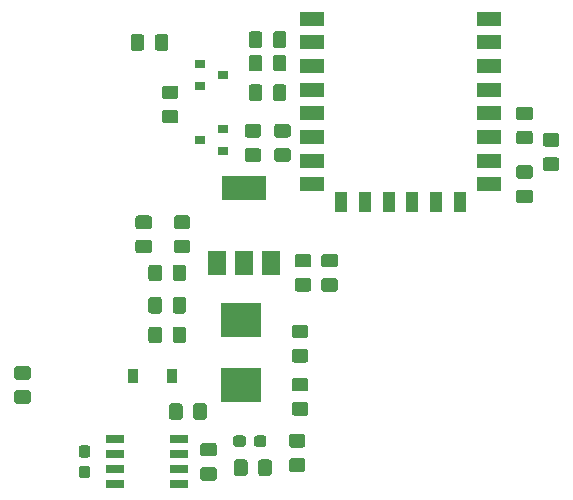
<source format=gtp>
G04 #@! TF.GenerationSoftware,KiCad,Pcbnew,(5.1.5)-3*
G04 #@! TF.CreationDate,2021-05-19T18:43:05+02:00*
G04 #@! TF.ProjectId,esp12Board,65737031-3242-46f6-9172-642e6b696361,rev?*
G04 #@! TF.SameCoordinates,Original*
G04 #@! TF.FileFunction,Paste,Top*
G04 #@! TF.FilePolarity,Positive*
%FSLAX46Y46*%
G04 Gerber Fmt 4.6, Leading zero omitted, Abs format (unit mm)*
G04 Created by KiCad (PCBNEW (5.1.5)-3) date 2021-05-19 18:43:05*
%MOMM*%
%LPD*%
G04 APERTURE LIST*
%ADD10R,0.900000X0.800000*%
%ADD11C,0.100000*%
%ADD12R,1.500000X2.000000*%
%ADD13R,3.800000X2.000000*%
%ADD14R,1.100000X1.700000*%
%ADD15R,2.000000X1.200000*%
%ADD16R,3.500000X2.950000*%
%ADD17R,1.525000X0.650000*%
%ADD18R,0.900000X1.200000*%
G04 APERTURE END LIST*
D10*
X49500000Y-49000000D03*
X47500000Y-49950000D03*
X47500000Y-48050000D03*
X47500000Y-54500000D03*
X49500000Y-53550000D03*
X49500000Y-55450000D03*
D11*
G36*
X58974505Y-64151204D02*
G01*
X58998773Y-64154804D01*
X59022572Y-64160765D01*
X59045671Y-64169030D01*
X59067850Y-64179520D01*
X59088893Y-64192132D01*
X59108599Y-64206747D01*
X59126777Y-64223223D01*
X59143253Y-64241401D01*
X59157868Y-64261107D01*
X59170480Y-64282150D01*
X59180970Y-64304329D01*
X59189235Y-64327428D01*
X59195196Y-64351227D01*
X59198796Y-64375495D01*
X59200000Y-64399999D01*
X59200000Y-65050001D01*
X59198796Y-65074505D01*
X59195196Y-65098773D01*
X59189235Y-65122572D01*
X59180970Y-65145671D01*
X59170480Y-65167850D01*
X59157868Y-65188893D01*
X59143253Y-65208599D01*
X59126777Y-65226777D01*
X59108599Y-65243253D01*
X59088893Y-65257868D01*
X59067850Y-65270480D01*
X59045671Y-65280970D01*
X59022572Y-65289235D01*
X58998773Y-65295196D01*
X58974505Y-65298796D01*
X58950001Y-65300000D01*
X58049999Y-65300000D01*
X58025495Y-65298796D01*
X58001227Y-65295196D01*
X57977428Y-65289235D01*
X57954329Y-65280970D01*
X57932150Y-65270480D01*
X57911107Y-65257868D01*
X57891401Y-65243253D01*
X57873223Y-65226777D01*
X57856747Y-65208599D01*
X57842132Y-65188893D01*
X57829520Y-65167850D01*
X57819030Y-65145671D01*
X57810765Y-65122572D01*
X57804804Y-65098773D01*
X57801204Y-65074505D01*
X57800000Y-65050001D01*
X57800000Y-64399999D01*
X57801204Y-64375495D01*
X57804804Y-64351227D01*
X57810765Y-64327428D01*
X57819030Y-64304329D01*
X57829520Y-64282150D01*
X57842132Y-64261107D01*
X57856747Y-64241401D01*
X57873223Y-64223223D01*
X57891401Y-64206747D01*
X57911107Y-64192132D01*
X57932150Y-64179520D01*
X57954329Y-64169030D01*
X57977428Y-64160765D01*
X58001227Y-64154804D01*
X58025495Y-64151204D01*
X58049999Y-64150000D01*
X58950001Y-64150000D01*
X58974505Y-64151204D01*
G37*
G36*
X58974505Y-66201204D02*
G01*
X58998773Y-66204804D01*
X59022572Y-66210765D01*
X59045671Y-66219030D01*
X59067850Y-66229520D01*
X59088893Y-66242132D01*
X59108599Y-66256747D01*
X59126777Y-66273223D01*
X59143253Y-66291401D01*
X59157868Y-66311107D01*
X59170480Y-66332150D01*
X59180970Y-66354329D01*
X59189235Y-66377428D01*
X59195196Y-66401227D01*
X59198796Y-66425495D01*
X59200000Y-66449999D01*
X59200000Y-67100001D01*
X59198796Y-67124505D01*
X59195196Y-67148773D01*
X59189235Y-67172572D01*
X59180970Y-67195671D01*
X59170480Y-67217850D01*
X59157868Y-67238893D01*
X59143253Y-67258599D01*
X59126777Y-67276777D01*
X59108599Y-67293253D01*
X59088893Y-67307868D01*
X59067850Y-67320480D01*
X59045671Y-67330970D01*
X59022572Y-67339235D01*
X58998773Y-67345196D01*
X58974505Y-67348796D01*
X58950001Y-67350000D01*
X58049999Y-67350000D01*
X58025495Y-67348796D01*
X58001227Y-67345196D01*
X57977428Y-67339235D01*
X57954329Y-67330970D01*
X57932150Y-67320480D01*
X57911107Y-67307868D01*
X57891401Y-67293253D01*
X57873223Y-67276777D01*
X57856747Y-67258599D01*
X57842132Y-67238893D01*
X57829520Y-67217850D01*
X57819030Y-67195671D01*
X57810765Y-67172572D01*
X57804804Y-67148773D01*
X57801204Y-67124505D01*
X57800000Y-67100001D01*
X57800000Y-66449999D01*
X57801204Y-66425495D01*
X57804804Y-66401227D01*
X57810765Y-66377428D01*
X57819030Y-66354329D01*
X57829520Y-66332150D01*
X57842132Y-66311107D01*
X57856747Y-66291401D01*
X57873223Y-66273223D01*
X57891401Y-66256747D01*
X57911107Y-66242132D01*
X57932150Y-66229520D01*
X57954329Y-66219030D01*
X57977428Y-66210765D01*
X58001227Y-66204804D01*
X58025495Y-66201204D01*
X58049999Y-66200000D01*
X58950001Y-66200000D01*
X58974505Y-66201204D01*
G37*
G36*
X32974505Y-73651204D02*
G01*
X32998773Y-73654804D01*
X33022572Y-73660765D01*
X33045671Y-73669030D01*
X33067850Y-73679520D01*
X33088893Y-73692132D01*
X33108599Y-73706747D01*
X33126777Y-73723223D01*
X33143253Y-73741401D01*
X33157868Y-73761107D01*
X33170480Y-73782150D01*
X33180970Y-73804329D01*
X33189235Y-73827428D01*
X33195196Y-73851227D01*
X33198796Y-73875495D01*
X33200000Y-73899999D01*
X33200000Y-74550001D01*
X33198796Y-74574505D01*
X33195196Y-74598773D01*
X33189235Y-74622572D01*
X33180970Y-74645671D01*
X33170480Y-74667850D01*
X33157868Y-74688893D01*
X33143253Y-74708599D01*
X33126777Y-74726777D01*
X33108599Y-74743253D01*
X33088893Y-74757868D01*
X33067850Y-74770480D01*
X33045671Y-74780970D01*
X33022572Y-74789235D01*
X32998773Y-74795196D01*
X32974505Y-74798796D01*
X32950001Y-74800000D01*
X32049999Y-74800000D01*
X32025495Y-74798796D01*
X32001227Y-74795196D01*
X31977428Y-74789235D01*
X31954329Y-74780970D01*
X31932150Y-74770480D01*
X31911107Y-74757868D01*
X31891401Y-74743253D01*
X31873223Y-74726777D01*
X31856747Y-74708599D01*
X31842132Y-74688893D01*
X31829520Y-74667850D01*
X31819030Y-74645671D01*
X31810765Y-74622572D01*
X31804804Y-74598773D01*
X31801204Y-74574505D01*
X31800000Y-74550001D01*
X31800000Y-73899999D01*
X31801204Y-73875495D01*
X31804804Y-73851227D01*
X31810765Y-73827428D01*
X31819030Y-73804329D01*
X31829520Y-73782150D01*
X31842132Y-73761107D01*
X31856747Y-73741401D01*
X31873223Y-73723223D01*
X31891401Y-73706747D01*
X31911107Y-73692132D01*
X31932150Y-73679520D01*
X31954329Y-73669030D01*
X31977428Y-73660765D01*
X32001227Y-73654804D01*
X32025495Y-73651204D01*
X32049999Y-73650000D01*
X32950001Y-73650000D01*
X32974505Y-73651204D01*
G37*
G36*
X32974505Y-75701204D02*
G01*
X32998773Y-75704804D01*
X33022572Y-75710765D01*
X33045671Y-75719030D01*
X33067850Y-75729520D01*
X33088893Y-75742132D01*
X33108599Y-75756747D01*
X33126777Y-75773223D01*
X33143253Y-75791401D01*
X33157868Y-75811107D01*
X33170480Y-75832150D01*
X33180970Y-75854329D01*
X33189235Y-75877428D01*
X33195196Y-75901227D01*
X33198796Y-75925495D01*
X33200000Y-75949999D01*
X33200000Y-76600001D01*
X33198796Y-76624505D01*
X33195196Y-76648773D01*
X33189235Y-76672572D01*
X33180970Y-76695671D01*
X33170480Y-76717850D01*
X33157868Y-76738893D01*
X33143253Y-76758599D01*
X33126777Y-76776777D01*
X33108599Y-76793253D01*
X33088893Y-76807868D01*
X33067850Y-76820480D01*
X33045671Y-76830970D01*
X33022572Y-76839235D01*
X32998773Y-76845196D01*
X32974505Y-76848796D01*
X32950001Y-76850000D01*
X32049999Y-76850000D01*
X32025495Y-76848796D01*
X32001227Y-76845196D01*
X31977428Y-76839235D01*
X31954329Y-76830970D01*
X31932150Y-76820480D01*
X31911107Y-76807868D01*
X31891401Y-76793253D01*
X31873223Y-76776777D01*
X31856747Y-76758599D01*
X31842132Y-76738893D01*
X31829520Y-76717850D01*
X31819030Y-76695671D01*
X31810765Y-76672572D01*
X31804804Y-76648773D01*
X31801204Y-76624505D01*
X31800000Y-76600001D01*
X31800000Y-75949999D01*
X31801204Y-75925495D01*
X31804804Y-75901227D01*
X31810765Y-75877428D01*
X31819030Y-75854329D01*
X31829520Y-75832150D01*
X31842132Y-75811107D01*
X31856747Y-75791401D01*
X31873223Y-75773223D01*
X31891401Y-75756747D01*
X31911107Y-75742132D01*
X31932150Y-75729520D01*
X31954329Y-75719030D01*
X31977428Y-75710765D01*
X32001227Y-75704804D01*
X32025495Y-75701204D01*
X32049999Y-75700000D01*
X32950001Y-75700000D01*
X32974505Y-75701204D01*
G37*
D12*
X48950000Y-64900000D03*
X53550000Y-64900000D03*
X51250000Y-64900000D03*
D13*
X51250000Y-58600000D03*
D14*
X69500000Y-59750000D03*
X67500000Y-59750000D03*
X65500000Y-59750000D03*
X63500000Y-59750000D03*
X61500000Y-59750000D03*
X59500000Y-59750000D03*
D15*
X72000000Y-44250000D03*
X72000000Y-46250000D03*
X72000000Y-48250000D03*
X72000000Y-50250000D03*
X72000000Y-52250000D03*
X72000000Y-54250000D03*
X72000000Y-56250000D03*
X72000000Y-58250000D03*
X57000000Y-58250000D03*
X57000000Y-56250000D03*
X57000000Y-54250000D03*
X57000000Y-52250000D03*
X57000000Y-50250000D03*
X57000000Y-48250000D03*
X57000000Y-46250000D03*
X57000000Y-44250000D03*
D11*
G36*
X56224505Y-81451204D02*
G01*
X56248773Y-81454804D01*
X56272572Y-81460765D01*
X56295671Y-81469030D01*
X56317850Y-81479520D01*
X56338893Y-81492132D01*
X56358599Y-81506747D01*
X56376777Y-81523223D01*
X56393253Y-81541401D01*
X56407868Y-81561107D01*
X56420480Y-81582150D01*
X56430970Y-81604329D01*
X56439235Y-81627428D01*
X56445196Y-81651227D01*
X56448796Y-81675495D01*
X56450000Y-81699999D01*
X56450000Y-82350001D01*
X56448796Y-82374505D01*
X56445196Y-82398773D01*
X56439235Y-82422572D01*
X56430970Y-82445671D01*
X56420480Y-82467850D01*
X56407868Y-82488893D01*
X56393253Y-82508599D01*
X56376777Y-82526777D01*
X56358599Y-82543253D01*
X56338893Y-82557868D01*
X56317850Y-82570480D01*
X56295671Y-82580970D01*
X56272572Y-82589235D01*
X56248773Y-82595196D01*
X56224505Y-82598796D01*
X56200001Y-82600000D01*
X55299999Y-82600000D01*
X55275495Y-82598796D01*
X55251227Y-82595196D01*
X55227428Y-82589235D01*
X55204329Y-82580970D01*
X55182150Y-82570480D01*
X55161107Y-82557868D01*
X55141401Y-82543253D01*
X55123223Y-82526777D01*
X55106747Y-82508599D01*
X55092132Y-82488893D01*
X55079520Y-82467850D01*
X55069030Y-82445671D01*
X55060765Y-82422572D01*
X55054804Y-82398773D01*
X55051204Y-82374505D01*
X55050000Y-82350001D01*
X55050000Y-81699999D01*
X55051204Y-81675495D01*
X55054804Y-81651227D01*
X55060765Y-81627428D01*
X55069030Y-81604329D01*
X55079520Y-81582150D01*
X55092132Y-81561107D01*
X55106747Y-81541401D01*
X55123223Y-81523223D01*
X55141401Y-81506747D01*
X55161107Y-81492132D01*
X55182150Y-81479520D01*
X55204329Y-81469030D01*
X55227428Y-81460765D01*
X55251227Y-81454804D01*
X55275495Y-81451204D01*
X55299999Y-81450000D01*
X56200001Y-81450000D01*
X56224505Y-81451204D01*
G37*
G36*
X56224505Y-79401204D02*
G01*
X56248773Y-79404804D01*
X56272572Y-79410765D01*
X56295671Y-79419030D01*
X56317850Y-79429520D01*
X56338893Y-79442132D01*
X56358599Y-79456747D01*
X56376777Y-79473223D01*
X56393253Y-79491401D01*
X56407868Y-79511107D01*
X56420480Y-79532150D01*
X56430970Y-79554329D01*
X56439235Y-79577428D01*
X56445196Y-79601227D01*
X56448796Y-79625495D01*
X56450000Y-79649999D01*
X56450000Y-80300001D01*
X56448796Y-80324505D01*
X56445196Y-80348773D01*
X56439235Y-80372572D01*
X56430970Y-80395671D01*
X56420480Y-80417850D01*
X56407868Y-80438893D01*
X56393253Y-80458599D01*
X56376777Y-80476777D01*
X56358599Y-80493253D01*
X56338893Y-80507868D01*
X56317850Y-80520480D01*
X56295671Y-80530970D01*
X56272572Y-80539235D01*
X56248773Y-80545196D01*
X56224505Y-80548796D01*
X56200001Y-80550000D01*
X55299999Y-80550000D01*
X55275495Y-80548796D01*
X55251227Y-80545196D01*
X55227428Y-80539235D01*
X55204329Y-80530970D01*
X55182150Y-80520480D01*
X55161107Y-80507868D01*
X55141401Y-80493253D01*
X55123223Y-80476777D01*
X55106747Y-80458599D01*
X55092132Y-80438893D01*
X55079520Y-80417850D01*
X55069030Y-80395671D01*
X55060765Y-80372572D01*
X55054804Y-80348773D01*
X55051204Y-80324505D01*
X55050000Y-80300001D01*
X55050000Y-79649999D01*
X55051204Y-79625495D01*
X55054804Y-79601227D01*
X55060765Y-79577428D01*
X55069030Y-79554329D01*
X55079520Y-79532150D01*
X55092132Y-79511107D01*
X55106747Y-79491401D01*
X55123223Y-79473223D01*
X55141401Y-79456747D01*
X55161107Y-79442132D01*
X55182150Y-79429520D01*
X55204329Y-79419030D01*
X55227428Y-79410765D01*
X55251227Y-79404804D01*
X55275495Y-79401204D01*
X55299999Y-79400000D01*
X56200001Y-79400000D01*
X56224505Y-79401204D01*
G37*
G36*
X56474505Y-74651204D02*
G01*
X56498773Y-74654804D01*
X56522572Y-74660765D01*
X56545671Y-74669030D01*
X56567850Y-74679520D01*
X56588893Y-74692132D01*
X56608599Y-74706747D01*
X56626777Y-74723223D01*
X56643253Y-74741401D01*
X56657868Y-74761107D01*
X56670480Y-74782150D01*
X56680970Y-74804329D01*
X56689235Y-74827428D01*
X56695196Y-74851227D01*
X56698796Y-74875495D01*
X56700000Y-74899999D01*
X56700000Y-75550001D01*
X56698796Y-75574505D01*
X56695196Y-75598773D01*
X56689235Y-75622572D01*
X56680970Y-75645671D01*
X56670480Y-75667850D01*
X56657868Y-75688893D01*
X56643253Y-75708599D01*
X56626777Y-75726777D01*
X56608599Y-75743253D01*
X56588893Y-75757868D01*
X56567850Y-75770480D01*
X56545671Y-75780970D01*
X56522572Y-75789235D01*
X56498773Y-75795196D01*
X56474505Y-75798796D01*
X56450001Y-75800000D01*
X55549999Y-75800000D01*
X55525495Y-75798796D01*
X55501227Y-75795196D01*
X55477428Y-75789235D01*
X55454329Y-75780970D01*
X55432150Y-75770480D01*
X55411107Y-75757868D01*
X55391401Y-75743253D01*
X55373223Y-75726777D01*
X55356747Y-75708599D01*
X55342132Y-75688893D01*
X55329520Y-75667850D01*
X55319030Y-75645671D01*
X55310765Y-75622572D01*
X55304804Y-75598773D01*
X55301204Y-75574505D01*
X55300000Y-75550001D01*
X55300000Y-74899999D01*
X55301204Y-74875495D01*
X55304804Y-74851227D01*
X55310765Y-74827428D01*
X55319030Y-74804329D01*
X55329520Y-74782150D01*
X55342132Y-74761107D01*
X55356747Y-74741401D01*
X55373223Y-74723223D01*
X55391401Y-74706747D01*
X55411107Y-74692132D01*
X55432150Y-74679520D01*
X55454329Y-74669030D01*
X55477428Y-74660765D01*
X55501227Y-74654804D01*
X55525495Y-74651204D01*
X55549999Y-74650000D01*
X56450001Y-74650000D01*
X56474505Y-74651204D01*
G37*
G36*
X56474505Y-76701204D02*
G01*
X56498773Y-76704804D01*
X56522572Y-76710765D01*
X56545671Y-76719030D01*
X56567850Y-76729520D01*
X56588893Y-76742132D01*
X56608599Y-76756747D01*
X56626777Y-76773223D01*
X56643253Y-76791401D01*
X56657868Y-76811107D01*
X56670480Y-76832150D01*
X56680970Y-76854329D01*
X56689235Y-76877428D01*
X56695196Y-76901227D01*
X56698796Y-76925495D01*
X56700000Y-76949999D01*
X56700000Y-77600001D01*
X56698796Y-77624505D01*
X56695196Y-77648773D01*
X56689235Y-77672572D01*
X56680970Y-77695671D01*
X56670480Y-77717850D01*
X56657868Y-77738893D01*
X56643253Y-77758599D01*
X56626777Y-77776777D01*
X56608599Y-77793253D01*
X56588893Y-77807868D01*
X56567850Y-77820480D01*
X56545671Y-77830970D01*
X56522572Y-77839235D01*
X56498773Y-77845196D01*
X56474505Y-77848796D01*
X56450001Y-77850000D01*
X55549999Y-77850000D01*
X55525495Y-77848796D01*
X55501227Y-77845196D01*
X55477428Y-77839235D01*
X55454329Y-77830970D01*
X55432150Y-77820480D01*
X55411107Y-77807868D01*
X55391401Y-77793253D01*
X55373223Y-77776777D01*
X55356747Y-77758599D01*
X55342132Y-77738893D01*
X55329520Y-77717850D01*
X55319030Y-77695671D01*
X55310765Y-77672572D01*
X55304804Y-77648773D01*
X55301204Y-77624505D01*
X55300000Y-77600001D01*
X55300000Y-76949999D01*
X55301204Y-76925495D01*
X55304804Y-76901227D01*
X55310765Y-76877428D01*
X55319030Y-76854329D01*
X55329520Y-76832150D01*
X55342132Y-76811107D01*
X55356747Y-76791401D01*
X55373223Y-76773223D01*
X55391401Y-76756747D01*
X55411107Y-76742132D01*
X55432150Y-76729520D01*
X55454329Y-76719030D01*
X55477428Y-76710765D01*
X55501227Y-76704804D01*
X55525495Y-76701204D01*
X55549999Y-76700000D01*
X56450001Y-76700000D01*
X56474505Y-76701204D01*
G37*
G36*
X56474505Y-70151204D02*
G01*
X56498773Y-70154804D01*
X56522572Y-70160765D01*
X56545671Y-70169030D01*
X56567850Y-70179520D01*
X56588893Y-70192132D01*
X56608599Y-70206747D01*
X56626777Y-70223223D01*
X56643253Y-70241401D01*
X56657868Y-70261107D01*
X56670480Y-70282150D01*
X56680970Y-70304329D01*
X56689235Y-70327428D01*
X56695196Y-70351227D01*
X56698796Y-70375495D01*
X56700000Y-70399999D01*
X56700000Y-71050001D01*
X56698796Y-71074505D01*
X56695196Y-71098773D01*
X56689235Y-71122572D01*
X56680970Y-71145671D01*
X56670480Y-71167850D01*
X56657868Y-71188893D01*
X56643253Y-71208599D01*
X56626777Y-71226777D01*
X56608599Y-71243253D01*
X56588893Y-71257868D01*
X56567850Y-71270480D01*
X56545671Y-71280970D01*
X56522572Y-71289235D01*
X56498773Y-71295196D01*
X56474505Y-71298796D01*
X56450001Y-71300000D01*
X55549999Y-71300000D01*
X55525495Y-71298796D01*
X55501227Y-71295196D01*
X55477428Y-71289235D01*
X55454329Y-71280970D01*
X55432150Y-71270480D01*
X55411107Y-71257868D01*
X55391401Y-71243253D01*
X55373223Y-71226777D01*
X55356747Y-71208599D01*
X55342132Y-71188893D01*
X55329520Y-71167850D01*
X55319030Y-71145671D01*
X55310765Y-71122572D01*
X55304804Y-71098773D01*
X55301204Y-71074505D01*
X55300000Y-71050001D01*
X55300000Y-70399999D01*
X55301204Y-70375495D01*
X55304804Y-70351227D01*
X55310765Y-70327428D01*
X55319030Y-70304329D01*
X55329520Y-70282150D01*
X55342132Y-70261107D01*
X55356747Y-70241401D01*
X55373223Y-70223223D01*
X55391401Y-70206747D01*
X55411107Y-70192132D01*
X55432150Y-70179520D01*
X55454329Y-70169030D01*
X55477428Y-70160765D01*
X55501227Y-70154804D01*
X55525495Y-70151204D01*
X55549999Y-70150000D01*
X56450001Y-70150000D01*
X56474505Y-70151204D01*
G37*
G36*
X56474505Y-72201204D02*
G01*
X56498773Y-72204804D01*
X56522572Y-72210765D01*
X56545671Y-72219030D01*
X56567850Y-72229520D01*
X56588893Y-72242132D01*
X56608599Y-72256747D01*
X56626777Y-72273223D01*
X56643253Y-72291401D01*
X56657868Y-72311107D01*
X56670480Y-72332150D01*
X56680970Y-72354329D01*
X56689235Y-72377428D01*
X56695196Y-72401227D01*
X56698796Y-72425495D01*
X56700000Y-72449999D01*
X56700000Y-73100001D01*
X56698796Y-73124505D01*
X56695196Y-73148773D01*
X56689235Y-73172572D01*
X56680970Y-73195671D01*
X56670480Y-73217850D01*
X56657868Y-73238893D01*
X56643253Y-73258599D01*
X56626777Y-73276777D01*
X56608599Y-73293253D01*
X56588893Y-73307868D01*
X56567850Y-73320480D01*
X56545671Y-73330970D01*
X56522572Y-73339235D01*
X56498773Y-73345196D01*
X56474505Y-73348796D01*
X56450001Y-73350000D01*
X55549999Y-73350000D01*
X55525495Y-73348796D01*
X55501227Y-73345196D01*
X55477428Y-73339235D01*
X55454329Y-73330970D01*
X55432150Y-73320480D01*
X55411107Y-73307868D01*
X55391401Y-73293253D01*
X55373223Y-73276777D01*
X55356747Y-73258599D01*
X55342132Y-73238893D01*
X55329520Y-73217850D01*
X55319030Y-73195671D01*
X55310765Y-73172572D01*
X55304804Y-73148773D01*
X55301204Y-73124505D01*
X55300000Y-73100001D01*
X55300000Y-72449999D01*
X55301204Y-72425495D01*
X55304804Y-72401227D01*
X55310765Y-72377428D01*
X55319030Y-72354329D01*
X55329520Y-72332150D01*
X55342132Y-72311107D01*
X55356747Y-72291401D01*
X55373223Y-72273223D01*
X55391401Y-72256747D01*
X55411107Y-72242132D01*
X55432150Y-72229520D01*
X55454329Y-72219030D01*
X55477428Y-72210765D01*
X55501227Y-72204804D01*
X55525495Y-72201204D01*
X55549999Y-72200000D01*
X56450001Y-72200000D01*
X56474505Y-72201204D01*
G37*
G36*
X51324505Y-81551204D02*
G01*
X51348773Y-81554804D01*
X51372572Y-81560765D01*
X51395671Y-81569030D01*
X51417850Y-81579520D01*
X51438893Y-81592132D01*
X51458599Y-81606747D01*
X51476777Y-81623223D01*
X51493253Y-81641401D01*
X51507868Y-81661107D01*
X51520480Y-81682150D01*
X51530970Y-81704329D01*
X51539235Y-81727428D01*
X51545196Y-81751227D01*
X51548796Y-81775495D01*
X51550000Y-81799999D01*
X51550000Y-82700001D01*
X51548796Y-82724505D01*
X51545196Y-82748773D01*
X51539235Y-82772572D01*
X51530970Y-82795671D01*
X51520480Y-82817850D01*
X51507868Y-82838893D01*
X51493253Y-82858599D01*
X51476777Y-82876777D01*
X51458599Y-82893253D01*
X51438893Y-82907868D01*
X51417850Y-82920480D01*
X51395671Y-82930970D01*
X51372572Y-82939235D01*
X51348773Y-82945196D01*
X51324505Y-82948796D01*
X51300001Y-82950000D01*
X50649999Y-82950000D01*
X50625495Y-82948796D01*
X50601227Y-82945196D01*
X50577428Y-82939235D01*
X50554329Y-82930970D01*
X50532150Y-82920480D01*
X50511107Y-82907868D01*
X50491401Y-82893253D01*
X50473223Y-82876777D01*
X50456747Y-82858599D01*
X50442132Y-82838893D01*
X50429520Y-82817850D01*
X50419030Y-82795671D01*
X50410765Y-82772572D01*
X50404804Y-82748773D01*
X50401204Y-82724505D01*
X50400000Y-82700001D01*
X50400000Y-81799999D01*
X50401204Y-81775495D01*
X50404804Y-81751227D01*
X50410765Y-81727428D01*
X50419030Y-81704329D01*
X50429520Y-81682150D01*
X50442132Y-81661107D01*
X50456747Y-81641401D01*
X50473223Y-81623223D01*
X50491401Y-81606747D01*
X50511107Y-81592132D01*
X50532150Y-81579520D01*
X50554329Y-81569030D01*
X50577428Y-81560765D01*
X50601227Y-81554804D01*
X50625495Y-81551204D01*
X50649999Y-81550000D01*
X51300001Y-81550000D01*
X51324505Y-81551204D01*
G37*
G36*
X53374505Y-81551204D02*
G01*
X53398773Y-81554804D01*
X53422572Y-81560765D01*
X53445671Y-81569030D01*
X53467850Y-81579520D01*
X53488893Y-81592132D01*
X53508599Y-81606747D01*
X53526777Y-81623223D01*
X53543253Y-81641401D01*
X53557868Y-81661107D01*
X53570480Y-81682150D01*
X53580970Y-81704329D01*
X53589235Y-81727428D01*
X53595196Y-81751227D01*
X53598796Y-81775495D01*
X53600000Y-81799999D01*
X53600000Y-82700001D01*
X53598796Y-82724505D01*
X53595196Y-82748773D01*
X53589235Y-82772572D01*
X53580970Y-82795671D01*
X53570480Y-82817850D01*
X53557868Y-82838893D01*
X53543253Y-82858599D01*
X53526777Y-82876777D01*
X53508599Y-82893253D01*
X53488893Y-82907868D01*
X53467850Y-82920480D01*
X53445671Y-82930970D01*
X53422572Y-82939235D01*
X53398773Y-82945196D01*
X53374505Y-82948796D01*
X53350001Y-82950000D01*
X52699999Y-82950000D01*
X52675495Y-82948796D01*
X52651227Y-82945196D01*
X52627428Y-82939235D01*
X52604329Y-82930970D01*
X52582150Y-82920480D01*
X52561107Y-82907868D01*
X52541401Y-82893253D01*
X52523223Y-82876777D01*
X52506747Y-82858599D01*
X52492132Y-82838893D01*
X52479520Y-82817850D01*
X52469030Y-82795671D01*
X52460765Y-82772572D01*
X52454804Y-82748773D01*
X52451204Y-82724505D01*
X52450000Y-82700001D01*
X52450000Y-81799999D01*
X52451204Y-81775495D01*
X52454804Y-81751227D01*
X52460765Y-81727428D01*
X52469030Y-81704329D01*
X52479520Y-81682150D01*
X52492132Y-81661107D01*
X52506747Y-81641401D01*
X52523223Y-81623223D01*
X52541401Y-81606747D01*
X52561107Y-81592132D01*
X52582150Y-81579520D01*
X52604329Y-81569030D01*
X52627428Y-81560765D01*
X52651227Y-81554804D01*
X52675495Y-81551204D01*
X52699999Y-81550000D01*
X53350001Y-81550000D01*
X53374505Y-81551204D01*
G37*
G36*
X75474505Y-58701204D02*
G01*
X75498773Y-58704804D01*
X75522572Y-58710765D01*
X75545671Y-58719030D01*
X75567850Y-58729520D01*
X75588893Y-58742132D01*
X75608599Y-58756747D01*
X75626777Y-58773223D01*
X75643253Y-58791401D01*
X75657868Y-58811107D01*
X75670480Y-58832150D01*
X75680970Y-58854329D01*
X75689235Y-58877428D01*
X75695196Y-58901227D01*
X75698796Y-58925495D01*
X75700000Y-58949999D01*
X75700000Y-59600001D01*
X75698796Y-59624505D01*
X75695196Y-59648773D01*
X75689235Y-59672572D01*
X75680970Y-59695671D01*
X75670480Y-59717850D01*
X75657868Y-59738893D01*
X75643253Y-59758599D01*
X75626777Y-59776777D01*
X75608599Y-59793253D01*
X75588893Y-59807868D01*
X75567850Y-59820480D01*
X75545671Y-59830970D01*
X75522572Y-59839235D01*
X75498773Y-59845196D01*
X75474505Y-59848796D01*
X75450001Y-59850000D01*
X74549999Y-59850000D01*
X74525495Y-59848796D01*
X74501227Y-59845196D01*
X74477428Y-59839235D01*
X74454329Y-59830970D01*
X74432150Y-59820480D01*
X74411107Y-59807868D01*
X74391401Y-59793253D01*
X74373223Y-59776777D01*
X74356747Y-59758599D01*
X74342132Y-59738893D01*
X74329520Y-59717850D01*
X74319030Y-59695671D01*
X74310765Y-59672572D01*
X74304804Y-59648773D01*
X74301204Y-59624505D01*
X74300000Y-59600001D01*
X74300000Y-58949999D01*
X74301204Y-58925495D01*
X74304804Y-58901227D01*
X74310765Y-58877428D01*
X74319030Y-58854329D01*
X74329520Y-58832150D01*
X74342132Y-58811107D01*
X74356747Y-58791401D01*
X74373223Y-58773223D01*
X74391401Y-58756747D01*
X74411107Y-58742132D01*
X74432150Y-58729520D01*
X74454329Y-58719030D01*
X74477428Y-58710765D01*
X74501227Y-58704804D01*
X74525495Y-58701204D01*
X74549999Y-58700000D01*
X75450001Y-58700000D01*
X75474505Y-58701204D01*
G37*
G36*
X75474505Y-56651204D02*
G01*
X75498773Y-56654804D01*
X75522572Y-56660765D01*
X75545671Y-56669030D01*
X75567850Y-56679520D01*
X75588893Y-56692132D01*
X75608599Y-56706747D01*
X75626777Y-56723223D01*
X75643253Y-56741401D01*
X75657868Y-56761107D01*
X75670480Y-56782150D01*
X75680970Y-56804329D01*
X75689235Y-56827428D01*
X75695196Y-56851227D01*
X75698796Y-56875495D01*
X75700000Y-56899999D01*
X75700000Y-57550001D01*
X75698796Y-57574505D01*
X75695196Y-57598773D01*
X75689235Y-57622572D01*
X75680970Y-57645671D01*
X75670480Y-57667850D01*
X75657868Y-57688893D01*
X75643253Y-57708599D01*
X75626777Y-57726777D01*
X75608599Y-57743253D01*
X75588893Y-57757868D01*
X75567850Y-57770480D01*
X75545671Y-57780970D01*
X75522572Y-57789235D01*
X75498773Y-57795196D01*
X75474505Y-57798796D01*
X75450001Y-57800000D01*
X74549999Y-57800000D01*
X74525495Y-57798796D01*
X74501227Y-57795196D01*
X74477428Y-57789235D01*
X74454329Y-57780970D01*
X74432150Y-57770480D01*
X74411107Y-57757868D01*
X74391401Y-57743253D01*
X74373223Y-57726777D01*
X74356747Y-57708599D01*
X74342132Y-57688893D01*
X74329520Y-57667850D01*
X74319030Y-57645671D01*
X74310765Y-57622572D01*
X74304804Y-57598773D01*
X74301204Y-57574505D01*
X74300000Y-57550001D01*
X74300000Y-56899999D01*
X74301204Y-56875495D01*
X74304804Y-56851227D01*
X74310765Y-56827428D01*
X74319030Y-56804329D01*
X74329520Y-56782150D01*
X74342132Y-56761107D01*
X74356747Y-56741401D01*
X74373223Y-56723223D01*
X74391401Y-56706747D01*
X74411107Y-56692132D01*
X74432150Y-56679520D01*
X74454329Y-56669030D01*
X74477428Y-56660765D01*
X74501227Y-56654804D01*
X74525495Y-56651204D01*
X74549999Y-56650000D01*
X75450001Y-56650000D01*
X75474505Y-56651204D01*
G37*
G36*
X42574505Y-45551204D02*
G01*
X42598773Y-45554804D01*
X42622572Y-45560765D01*
X42645671Y-45569030D01*
X42667850Y-45579520D01*
X42688893Y-45592132D01*
X42708599Y-45606747D01*
X42726777Y-45623223D01*
X42743253Y-45641401D01*
X42757868Y-45661107D01*
X42770480Y-45682150D01*
X42780970Y-45704329D01*
X42789235Y-45727428D01*
X42795196Y-45751227D01*
X42798796Y-45775495D01*
X42800000Y-45799999D01*
X42800000Y-46700001D01*
X42798796Y-46724505D01*
X42795196Y-46748773D01*
X42789235Y-46772572D01*
X42780970Y-46795671D01*
X42770480Y-46817850D01*
X42757868Y-46838893D01*
X42743253Y-46858599D01*
X42726777Y-46876777D01*
X42708599Y-46893253D01*
X42688893Y-46907868D01*
X42667850Y-46920480D01*
X42645671Y-46930970D01*
X42622572Y-46939235D01*
X42598773Y-46945196D01*
X42574505Y-46948796D01*
X42550001Y-46950000D01*
X41899999Y-46950000D01*
X41875495Y-46948796D01*
X41851227Y-46945196D01*
X41827428Y-46939235D01*
X41804329Y-46930970D01*
X41782150Y-46920480D01*
X41761107Y-46907868D01*
X41741401Y-46893253D01*
X41723223Y-46876777D01*
X41706747Y-46858599D01*
X41692132Y-46838893D01*
X41679520Y-46817850D01*
X41669030Y-46795671D01*
X41660765Y-46772572D01*
X41654804Y-46748773D01*
X41651204Y-46724505D01*
X41650000Y-46700001D01*
X41650000Y-45799999D01*
X41651204Y-45775495D01*
X41654804Y-45751227D01*
X41660765Y-45727428D01*
X41669030Y-45704329D01*
X41679520Y-45682150D01*
X41692132Y-45661107D01*
X41706747Y-45641401D01*
X41723223Y-45623223D01*
X41741401Y-45606747D01*
X41761107Y-45592132D01*
X41782150Y-45579520D01*
X41804329Y-45569030D01*
X41827428Y-45560765D01*
X41851227Y-45554804D01*
X41875495Y-45551204D01*
X41899999Y-45550000D01*
X42550001Y-45550000D01*
X42574505Y-45551204D01*
G37*
G36*
X44624505Y-45551204D02*
G01*
X44648773Y-45554804D01*
X44672572Y-45560765D01*
X44695671Y-45569030D01*
X44717850Y-45579520D01*
X44738893Y-45592132D01*
X44758599Y-45606747D01*
X44776777Y-45623223D01*
X44793253Y-45641401D01*
X44807868Y-45661107D01*
X44820480Y-45682150D01*
X44830970Y-45704329D01*
X44839235Y-45727428D01*
X44845196Y-45751227D01*
X44848796Y-45775495D01*
X44850000Y-45799999D01*
X44850000Y-46700001D01*
X44848796Y-46724505D01*
X44845196Y-46748773D01*
X44839235Y-46772572D01*
X44830970Y-46795671D01*
X44820480Y-46817850D01*
X44807868Y-46838893D01*
X44793253Y-46858599D01*
X44776777Y-46876777D01*
X44758599Y-46893253D01*
X44738893Y-46907868D01*
X44717850Y-46920480D01*
X44695671Y-46930970D01*
X44672572Y-46939235D01*
X44648773Y-46945196D01*
X44624505Y-46948796D01*
X44600001Y-46950000D01*
X43949999Y-46950000D01*
X43925495Y-46948796D01*
X43901227Y-46945196D01*
X43877428Y-46939235D01*
X43854329Y-46930970D01*
X43832150Y-46920480D01*
X43811107Y-46907868D01*
X43791401Y-46893253D01*
X43773223Y-46876777D01*
X43756747Y-46858599D01*
X43742132Y-46838893D01*
X43729520Y-46817850D01*
X43719030Y-46795671D01*
X43710765Y-46772572D01*
X43704804Y-46748773D01*
X43701204Y-46724505D01*
X43700000Y-46700001D01*
X43700000Y-45799999D01*
X43701204Y-45775495D01*
X43704804Y-45751227D01*
X43710765Y-45727428D01*
X43719030Y-45704329D01*
X43729520Y-45682150D01*
X43742132Y-45661107D01*
X43756747Y-45641401D01*
X43773223Y-45623223D01*
X43791401Y-45606747D01*
X43811107Y-45592132D01*
X43832150Y-45579520D01*
X43854329Y-45569030D01*
X43877428Y-45560765D01*
X43901227Y-45554804D01*
X43925495Y-45551204D01*
X43949999Y-45550000D01*
X44600001Y-45550000D01*
X44624505Y-45551204D01*
G37*
G36*
X45474505Y-49901204D02*
G01*
X45498773Y-49904804D01*
X45522572Y-49910765D01*
X45545671Y-49919030D01*
X45567850Y-49929520D01*
X45588893Y-49942132D01*
X45608599Y-49956747D01*
X45626777Y-49973223D01*
X45643253Y-49991401D01*
X45657868Y-50011107D01*
X45670480Y-50032150D01*
X45680970Y-50054329D01*
X45689235Y-50077428D01*
X45695196Y-50101227D01*
X45698796Y-50125495D01*
X45700000Y-50149999D01*
X45700000Y-50800001D01*
X45698796Y-50824505D01*
X45695196Y-50848773D01*
X45689235Y-50872572D01*
X45680970Y-50895671D01*
X45670480Y-50917850D01*
X45657868Y-50938893D01*
X45643253Y-50958599D01*
X45626777Y-50976777D01*
X45608599Y-50993253D01*
X45588893Y-51007868D01*
X45567850Y-51020480D01*
X45545671Y-51030970D01*
X45522572Y-51039235D01*
X45498773Y-51045196D01*
X45474505Y-51048796D01*
X45450001Y-51050000D01*
X44549999Y-51050000D01*
X44525495Y-51048796D01*
X44501227Y-51045196D01*
X44477428Y-51039235D01*
X44454329Y-51030970D01*
X44432150Y-51020480D01*
X44411107Y-51007868D01*
X44391401Y-50993253D01*
X44373223Y-50976777D01*
X44356747Y-50958599D01*
X44342132Y-50938893D01*
X44329520Y-50917850D01*
X44319030Y-50895671D01*
X44310765Y-50872572D01*
X44304804Y-50848773D01*
X44301204Y-50824505D01*
X44300000Y-50800001D01*
X44300000Y-50149999D01*
X44301204Y-50125495D01*
X44304804Y-50101227D01*
X44310765Y-50077428D01*
X44319030Y-50054329D01*
X44329520Y-50032150D01*
X44342132Y-50011107D01*
X44356747Y-49991401D01*
X44373223Y-49973223D01*
X44391401Y-49956747D01*
X44411107Y-49942132D01*
X44432150Y-49929520D01*
X44454329Y-49919030D01*
X44477428Y-49910765D01*
X44501227Y-49904804D01*
X44525495Y-49901204D01*
X44549999Y-49900000D01*
X45450001Y-49900000D01*
X45474505Y-49901204D01*
G37*
G36*
X45474505Y-51951204D02*
G01*
X45498773Y-51954804D01*
X45522572Y-51960765D01*
X45545671Y-51969030D01*
X45567850Y-51979520D01*
X45588893Y-51992132D01*
X45608599Y-52006747D01*
X45626777Y-52023223D01*
X45643253Y-52041401D01*
X45657868Y-52061107D01*
X45670480Y-52082150D01*
X45680970Y-52104329D01*
X45689235Y-52127428D01*
X45695196Y-52151227D01*
X45698796Y-52175495D01*
X45700000Y-52199999D01*
X45700000Y-52850001D01*
X45698796Y-52874505D01*
X45695196Y-52898773D01*
X45689235Y-52922572D01*
X45680970Y-52945671D01*
X45670480Y-52967850D01*
X45657868Y-52988893D01*
X45643253Y-53008599D01*
X45626777Y-53026777D01*
X45608599Y-53043253D01*
X45588893Y-53057868D01*
X45567850Y-53070480D01*
X45545671Y-53080970D01*
X45522572Y-53089235D01*
X45498773Y-53095196D01*
X45474505Y-53098796D01*
X45450001Y-53100000D01*
X44549999Y-53100000D01*
X44525495Y-53098796D01*
X44501227Y-53095196D01*
X44477428Y-53089235D01*
X44454329Y-53080970D01*
X44432150Y-53070480D01*
X44411107Y-53057868D01*
X44391401Y-53043253D01*
X44373223Y-53026777D01*
X44356747Y-53008599D01*
X44342132Y-52988893D01*
X44329520Y-52967850D01*
X44319030Y-52945671D01*
X44310765Y-52922572D01*
X44304804Y-52898773D01*
X44301204Y-52874505D01*
X44300000Y-52850001D01*
X44300000Y-52199999D01*
X44301204Y-52175495D01*
X44304804Y-52151227D01*
X44310765Y-52127428D01*
X44319030Y-52104329D01*
X44329520Y-52082150D01*
X44342132Y-52061107D01*
X44356747Y-52041401D01*
X44373223Y-52023223D01*
X44391401Y-52006747D01*
X44411107Y-51992132D01*
X44432150Y-51979520D01*
X44454329Y-51969030D01*
X44477428Y-51960765D01*
X44501227Y-51954804D01*
X44525495Y-51951204D01*
X44549999Y-51950000D01*
X45450001Y-51950000D01*
X45474505Y-51951204D01*
G37*
G36*
X52474505Y-55201204D02*
G01*
X52498773Y-55204804D01*
X52522572Y-55210765D01*
X52545671Y-55219030D01*
X52567850Y-55229520D01*
X52588893Y-55242132D01*
X52608599Y-55256747D01*
X52626777Y-55273223D01*
X52643253Y-55291401D01*
X52657868Y-55311107D01*
X52670480Y-55332150D01*
X52680970Y-55354329D01*
X52689235Y-55377428D01*
X52695196Y-55401227D01*
X52698796Y-55425495D01*
X52700000Y-55449999D01*
X52700000Y-56100001D01*
X52698796Y-56124505D01*
X52695196Y-56148773D01*
X52689235Y-56172572D01*
X52680970Y-56195671D01*
X52670480Y-56217850D01*
X52657868Y-56238893D01*
X52643253Y-56258599D01*
X52626777Y-56276777D01*
X52608599Y-56293253D01*
X52588893Y-56307868D01*
X52567850Y-56320480D01*
X52545671Y-56330970D01*
X52522572Y-56339235D01*
X52498773Y-56345196D01*
X52474505Y-56348796D01*
X52450001Y-56350000D01*
X51549999Y-56350000D01*
X51525495Y-56348796D01*
X51501227Y-56345196D01*
X51477428Y-56339235D01*
X51454329Y-56330970D01*
X51432150Y-56320480D01*
X51411107Y-56307868D01*
X51391401Y-56293253D01*
X51373223Y-56276777D01*
X51356747Y-56258599D01*
X51342132Y-56238893D01*
X51329520Y-56217850D01*
X51319030Y-56195671D01*
X51310765Y-56172572D01*
X51304804Y-56148773D01*
X51301204Y-56124505D01*
X51300000Y-56100001D01*
X51300000Y-55449999D01*
X51301204Y-55425495D01*
X51304804Y-55401227D01*
X51310765Y-55377428D01*
X51319030Y-55354329D01*
X51329520Y-55332150D01*
X51342132Y-55311107D01*
X51356747Y-55291401D01*
X51373223Y-55273223D01*
X51391401Y-55256747D01*
X51411107Y-55242132D01*
X51432150Y-55229520D01*
X51454329Y-55219030D01*
X51477428Y-55210765D01*
X51501227Y-55204804D01*
X51525495Y-55201204D01*
X51549999Y-55200000D01*
X52450001Y-55200000D01*
X52474505Y-55201204D01*
G37*
G36*
X52474505Y-53151204D02*
G01*
X52498773Y-53154804D01*
X52522572Y-53160765D01*
X52545671Y-53169030D01*
X52567850Y-53179520D01*
X52588893Y-53192132D01*
X52608599Y-53206747D01*
X52626777Y-53223223D01*
X52643253Y-53241401D01*
X52657868Y-53261107D01*
X52670480Y-53282150D01*
X52680970Y-53304329D01*
X52689235Y-53327428D01*
X52695196Y-53351227D01*
X52698796Y-53375495D01*
X52700000Y-53399999D01*
X52700000Y-54050001D01*
X52698796Y-54074505D01*
X52695196Y-54098773D01*
X52689235Y-54122572D01*
X52680970Y-54145671D01*
X52670480Y-54167850D01*
X52657868Y-54188893D01*
X52643253Y-54208599D01*
X52626777Y-54226777D01*
X52608599Y-54243253D01*
X52588893Y-54257868D01*
X52567850Y-54270480D01*
X52545671Y-54280970D01*
X52522572Y-54289235D01*
X52498773Y-54295196D01*
X52474505Y-54298796D01*
X52450001Y-54300000D01*
X51549999Y-54300000D01*
X51525495Y-54298796D01*
X51501227Y-54295196D01*
X51477428Y-54289235D01*
X51454329Y-54280970D01*
X51432150Y-54270480D01*
X51411107Y-54257868D01*
X51391401Y-54243253D01*
X51373223Y-54226777D01*
X51356747Y-54208599D01*
X51342132Y-54188893D01*
X51329520Y-54167850D01*
X51319030Y-54145671D01*
X51310765Y-54122572D01*
X51304804Y-54098773D01*
X51301204Y-54074505D01*
X51300000Y-54050001D01*
X51300000Y-53399999D01*
X51301204Y-53375495D01*
X51304804Y-53351227D01*
X51310765Y-53327428D01*
X51319030Y-53304329D01*
X51329520Y-53282150D01*
X51342132Y-53261107D01*
X51356747Y-53241401D01*
X51373223Y-53223223D01*
X51391401Y-53206747D01*
X51411107Y-53192132D01*
X51432150Y-53179520D01*
X51454329Y-53169030D01*
X51477428Y-53160765D01*
X51501227Y-53154804D01*
X51525495Y-53151204D01*
X51549999Y-53150000D01*
X52450001Y-53150000D01*
X52474505Y-53151204D01*
G37*
G36*
X54624505Y-47301204D02*
G01*
X54648773Y-47304804D01*
X54672572Y-47310765D01*
X54695671Y-47319030D01*
X54717850Y-47329520D01*
X54738893Y-47342132D01*
X54758599Y-47356747D01*
X54776777Y-47373223D01*
X54793253Y-47391401D01*
X54807868Y-47411107D01*
X54820480Y-47432150D01*
X54830970Y-47454329D01*
X54839235Y-47477428D01*
X54845196Y-47501227D01*
X54848796Y-47525495D01*
X54850000Y-47549999D01*
X54850000Y-48450001D01*
X54848796Y-48474505D01*
X54845196Y-48498773D01*
X54839235Y-48522572D01*
X54830970Y-48545671D01*
X54820480Y-48567850D01*
X54807868Y-48588893D01*
X54793253Y-48608599D01*
X54776777Y-48626777D01*
X54758599Y-48643253D01*
X54738893Y-48657868D01*
X54717850Y-48670480D01*
X54695671Y-48680970D01*
X54672572Y-48689235D01*
X54648773Y-48695196D01*
X54624505Y-48698796D01*
X54600001Y-48700000D01*
X53949999Y-48700000D01*
X53925495Y-48698796D01*
X53901227Y-48695196D01*
X53877428Y-48689235D01*
X53854329Y-48680970D01*
X53832150Y-48670480D01*
X53811107Y-48657868D01*
X53791401Y-48643253D01*
X53773223Y-48626777D01*
X53756747Y-48608599D01*
X53742132Y-48588893D01*
X53729520Y-48567850D01*
X53719030Y-48545671D01*
X53710765Y-48522572D01*
X53704804Y-48498773D01*
X53701204Y-48474505D01*
X53700000Y-48450001D01*
X53700000Y-47549999D01*
X53701204Y-47525495D01*
X53704804Y-47501227D01*
X53710765Y-47477428D01*
X53719030Y-47454329D01*
X53729520Y-47432150D01*
X53742132Y-47411107D01*
X53756747Y-47391401D01*
X53773223Y-47373223D01*
X53791401Y-47356747D01*
X53811107Y-47342132D01*
X53832150Y-47329520D01*
X53854329Y-47319030D01*
X53877428Y-47310765D01*
X53901227Y-47304804D01*
X53925495Y-47301204D01*
X53949999Y-47300000D01*
X54600001Y-47300000D01*
X54624505Y-47301204D01*
G37*
G36*
X52574505Y-47301204D02*
G01*
X52598773Y-47304804D01*
X52622572Y-47310765D01*
X52645671Y-47319030D01*
X52667850Y-47329520D01*
X52688893Y-47342132D01*
X52708599Y-47356747D01*
X52726777Y-47373223D01*
X52743253Y-47391401D01*
X52757868Y-47411107D01*
X52770480Y-47432150D01*
X52780970Y-47454329D01*
X52789235Y-47477428D01*
X52795196Y-47501227D01*
X52798796Y-47525495D01*
X52800000Y-47549999D01*
X52800000Y-48450001D01*
X52798796Y-48474505D01*
X52795196Y-48498773D01*
X52789235Y-48522572D01*
X52780970Y-48545671D01*
X52770480Y-48567850D01*
X52757868Y-48588893D01*
X52743253Y-48608599D01*
X52726777Y-48626777D01*
X52708599Y-48643253D01*
X52688893Y-48657868D01*
X52667850Y-48670480D01*
X52645671Y-48680970D01*
X52622572Y-48689235D01*
X52598773Y-48695196D01*
X52574505Y-48698796D01*
X52550001Y-48700000D01*
X51899999Y-48700000D01*
X51875495Y-48698796D01*
X51851227Y-48695196D01*
X51827428Y-48689235D01*
X51804329Y-48680970D01*
X51782150Y-48670480D01*
X51761107Y-48657868D01*
X51741401Y-48643253D01*
X51723223Y-48626777D01*
X51706747Y-48608599D01*
X51692132Y-48588893D01*
X51679520Y-48567850D01*
X51669030Y-48545671D01*
X51660765Y-48522572D01*
X51654804Y-48498773D01*
X51651204Y-48474505D01*
X51650000Y-48450001D01*
X51650000Y-47549999D01*
X51651204Y-47525495D01*
X51654804Y-47501227D01*
X51660765Y-47477428D01*
X51669030Y-47454329D01*
X51679520Y-47432150D01*
X51692132Y-47411107D01*
X51706747Y-47391401D01*
X51723223Y-47373223D01*
X51741401Y-47356747D01*
X51761107Y-47342132D01*
X51782150Y-47329520D01*
X51804329Y-47319030D01*
X51827428Y-47310765D01*
X51851227Y-47304804D01*
X51875495Y-47301204D01*
X51899999Y-47300000D01*
X52550001Y-47300000D01*
X52574505Y-47301204D01*
G37*
G36*
X75474505Y-51676204D02*
G01*
X75498773Y-51679804D01*
X75522572Y-51685765D01*
X75545671Y-51694030D01*
X75567850Y-51704520D01*
X75588893Y-51717132D01*
X75608599Y-51731747D01*
X75626777Y-51748223D01*
X75643253Y-51766401D01*
X75657868Y-51786107D01*
X75670480Y-51807150D01*
X75680970Y-51829329D01*
X75689235Y-51852428D01*
X75695196Y-51876227D01*
X75698796Y-51900495D01*
X75700000Y-51924999D01*
X75700000Y-52575001D01*
X75698796Y-52599505D01*
X75695196Y-52623773D01*
X75689235Y-52647572D01*
X75680970Y-52670671D01*
X75670480Y-52692850D01*
X75657868Y-52713893D01*
X75643253Y-52733599D01*
X75626777Y-52751777D01*
X75608599Y-52768253D01*
X75588893Y-52782868D01*
X75567850Y-52795480D01*
X75545671Y-52805970D01*
X75522572Y-52814235D01*
X75498773Y-52820196D01*
X75474505Y-52823796D01*
X75450001Y-52825000D01*
X74549999Y-52825000D01*
X74525495Y-52823796D01*
X74501227Y-52820196D01*
X74477428Y-52814235D01*
X74454329Y-52805970D01*
X74432150Y-52795480D01*
X74411107Y-52782868D01*
X74391401Y-52768253D01*
X74373223Y-52751777D01*
X74356747Y-52733599D01*
X74342132Y-52713893D01*
X74329520Y-52692850D01*
X74319030Y-52670671D01*
X74310765Y-52647572D01*
X74304804Y-52623773D01*
X74301204Y-52599505D01*
X74300000Y-52575001D01*
X74300000Y-51924999D01*
X74301204Y-51900495D01*
X74304804Y-51876227D01*
X74310765Y-51852428D01*
X74319030Y-51829329D01*
X74329520Y-51807150D01*
X74342132Y-51786107D01*
X74356747Y-51766401D01*
X74373223Y-51748223D01*
X74391401Y-51731747D01*
X74411107Y-51717132D01*
X74432150Y-51704520D01*
X74454329Y-51694030D01*
X74477428Y-51685765D01*
X74501227Y-51679804D01*
X74525495Y-51676204D01*
X74549999Y-51675000D01*
X75450001Y-51675000D01*
X75474505Y-51676204D01*
G37*
G36*
X75474505Y-53726204D02*
G01*
X75498773Y-53729804D01*
X75522572Y-53735765D01*
X75545671Y-53744030D01*
X75567850Y-53754520D01*
X75588893Y-53767132D01*
X75608599Y-53781747D01*
X75626777Y-53798223D01*
X75643253Y-53816401D01*
X75657868Y-53836107D01*
X75670480Y-53857150D01*
X75680970Y-53879329D01*
X75689235Y-53902428D01*
X75695196Y-53926227D01*
X75698796Y-53950495D01*
X75700000Y-53974999D01*
X75700000Y-54625001D01*
X75698796Y-54649505D01*
X75695196Y-54673773D01*
X75689235Y-54697572D01*
X75680970Y-54720671D01*
X75670480Y-54742850D01*
X75657868Y-54763893D01*
X75643253Y-54783599D01*
X75626777Y-54801777D01*
X75608599Y-54818253D01*
X75588893Y-54832868D01*
X75567850Y-54845480D01*
X75545671Y-54855970D01*
X75522572Y-54864235D01*
X75498773Y-54870196D01*
X75474505Y-54873796D01*
X75450001Y-54875000D01*
X74549999Y-54875000D01*
X74525495Y-54873796D01*
X74501227Y-54870196D01*
X74477428Y-54864235D01*
X74454329Y-54855970D01*
X74432150Y-54845480D01*
X74411107Y-54832868D01*
X74391401Y-54818253D01*
X74373223Y-54801777D01*
X74356747Y-54783599D01*
X74342132Y-54763893D01*
X74329520Y-54742850D01*
X74319030Y-54720671D01*
X74310765Y-54697572D01*
X74304804Y-54673773D01*
X74301204Y-54649505D01*
X74300000Y-54625001D01*
X74300000Y-53974999D01*
X74301204Y-53950495D01*
X74304804Y-53926227D01*
X74310765Y-53902428D01*
X74319030Y-53879329D01*
X74329520Y-53857150D01*
X74342132Y-53836107D01*
X74356747Y-53816401D01*
X74373223Y-53798223D01*
X74391401Y-53781747D01*
X74411107Y-53767132D01*
X74432150Y-53754520D01*
X74454329Y-53744030D01*
X74477428Y-53735765D01*
X74501227Y-53729804D01*
X74525495Y-53726204D01*
X74549999Y-53725000D01*
X75450001Y-53725000D01*
X75474505Y-53726204D01*
G37*
G36*
X77724505Y-55976204D02*
G01*
X77748773Y-55979804D01*
X77772572Y-55985765D01*
X77795671Y-55994030D01*
X77817850Y-56004520D01*
X77838893Y-56017132D01*
X77858599Y-56031747D01*
X77876777Y-56048223D01*
X77893253Y-56066401D01*
X77907868Y-56086107D01*
X77920480Y-56107150D01*
X77930970Y-56129329D01*
X77939235Y-56152428D01*
X77945196Y-56176227D01*
X77948796Y-56200495D01*
X77950000Y-56224999D01*
X77950000Y-56875001D01*
X77948796Y-56899505D01*
X77945196Y-56923773D01*
X77939235Y-56947572D01*
X77930970Y-56970671D01*
X77920480Y-56992850D01*
X77907868Y-57013893D01*
X77893253Y-57033599D01*
X77876777Y-57051777D01*
X77858599Y-57068253D01*
X77838893Y-57082868D01*
X77817850Y-57095480D01*
X77795671Y-57105970D01*
X77772572Y-57114235D01*
X77748773Y-57120196D01*
X77724505Y-57123796D01*
X77700001Y-57125000D01*
X76799999Y-57125000D01*
X76775495Y-57123796D01*
X76751227Y-57120196D01*
X76727428Y-57114235D01*
X76704329Y-57105970D01*
X76682150Y-57095480D01*
X76661107Y-57082868D01*
X76641401Y-57068253D01*
X76623223Y-57051777D01*
X76606747Y-57033599D01*
X76592132Y-57013893D01*
X76579520Y-56992850D01*
X76569030Y-56970671D01*
X76560765Y-56947572D01*
X76554804Y-56923773D01*
X76551204Y-56899505D01*
X76550000Y-56875001D01*
X76550000Y-56224999D01*
X76551204Y-56200495D01*
X76554804Y-56176227D01*
X76560765Y-56152428D01*
X76569030Y-56129329D01*
X76579520Y-56107150D01*
X76592132Y-56086107D01*
X76606747Y-56066401D01*
X76623223Y-56048223D01*
X76641401Y-56031747D01*
X76661107Y-56017132D01*
X76682150Y-56004520D01*
X76704329Y-55994030D01*
X76727428Y-55985765D01*
X76751227Y-55979804D01*
X76775495Y-55976204D01*
X76799999Y-55975000D01*
X77700001Y-55975000D01*
X77724505Y-55976204D01*
G37*
G36*
X77724505Y-53926204D02*
G01*
X77748773Y-53929804D01*
X77772572Y-53935765D01*
X77795671Y-53944030D01*
X77817850Y-53954520D01*
X77838893Y-53967132D01*
X77858599Y-53981747D01*
X77876777Y-53998223D01*
X77893253Y-54016401D01*
X77907868Y-54036107D01*
X77920480Y-54057150D01*
X77930970Y-54079329D01*
X77939235Y-54102428D01*
X77945196Y-54126227D01*
X77948796Y-54150495D01*
X77950000Y-54174999D01*
X77950000Y-54825001D01*
X77948796Y-54849505D01*
X77945196Y-54873773D01*
X77939235Y-54897572D01*
X77930970Y-54920671D01*
X77920480Y-54942850D01*
X77907868Y-54963893D01*
X77893253Y-54983599D01*
X77876777Y-55001777D01*
X77858599Y-55018253D01*
X77838893Y-55032868D01*
X77817850Y-55045480D01*
X77795671Y-55055970D01*
X77772572Y-55064235D01*
X77748773Y-55070196D01*
X77724505Y-55073796D01*
X77700001Y-55075000D01*
X76799999Y-55075000D01*
X76775495Y-55073796D01*
X76751227Y-55070196D01*
X76727428Y-55064235D01*
X76704329Y-55055970D01*
X76682150Y-55045480D01*
X76661107Y-55032868D01*
X76641401Y-55018253D01*
X76623223Y-55001777D01*
X76606747Y-54983599D01*
X76592132Y-54963893D01*
X76579520Y-54942850D01*
X76569030Y-54920671D01*
X76560765Y-54897572D01*
X76554804Y-54873773D01*
X76551204Y-54849505D01*
X76550000Y-54825001D01*
X76550000Y-54174999D01*
X76551204Y-54150495D01*
X76554804Y-54126227D01*
X76560765Y-54102428D01*
X76569030Y-54079329D01*
X76579520Y-54057150D01*
X76592132Y-54036107D01*
X76606747Y-54016401D01*
X76623223Y-53998223D01*
X76641401Y-53981747D01*
X76661107Y-53967132D01*
X76682150Y-53954520D01*
X76704329Y-53944030D01*
X76727428Y-53935765D01*
X76751227Y-53929804D01*
X76775495Y-53926204D01*
X76799999Y-53925000D01*
X77700001Y-53925000D01*
X77724505Y-53926204D01*
G37*
G36*
X54624505Y-49801204D02*
G01*
X54648773Y-49804804D01*
X54672572Y-49810765D01*
X54695671Y-49819030D01*
X54717850Y-49829520D01*
X54738893Y-49842132D01*
X54758599Y-49856747D01*
X54776777Y-49873223D01*
X54793253Y-49891401D01*
X54807868Y-49911107D01*
X54820480Y-49932150D01*
X54830970Y-49954329D01*
X54839235Y-49977428D01*
X54845196Y-50001227D01*
X54848796Y-50025495D01*
X54850000Y-50049999D01*
X54850000Y-50950001D01*
X54848796Y-50974505D01*
X54845196Y-50998773D01*
X54839235Y-51022572D01*
X54830970Y-51045671D01*
X54820480Y-51067850D01*
X54807868Y-51088893D01*
X54793253Y-51108599D01*
X54776777Y-51126777D01*
X54758599Y-51143253D01*
X54738893Y-51157868D01*
X54717850Y-51170480D01*
X54695671Y-51180970D01*
X54672572Y-51189235D01*
X54648773Y-51195196D01*
X54624505Y-51198796D01*
X54600001Y-51200000D01*
X53949999Y-51200000D01*
X53925495Y-51198796D01*
X53901227Y-51195196D01*
X53877428Y-51189235D01*
X53854329Y-51180970D01*
X53832150Y-51170480D01*
X53811107Y-51157868D01*
X53791401Y-51143253D01*
X53773223Y-51126777D01*
X53756747Y-51108599D01*
X53742132Y-51088893D01*
X53729520Y-51067850D01*
X53719030Y-51045671D01*
X53710765Y-51022572D01*
X53704804Y-50998773D01*
X53701204Y-50974505D01*
X53700000Y-50950001D01*
X53700000Y-50049999D01*
X53701204Y-50025495D01*
X53704804Y-50001227D01*
X53710765Y-49977428D01*
X53719030Y-49954329D01*
X53729520Y-49932150D01*
X53742132Y-49911107D01*
X53756747Y-49891401D01*
X53773223Y-49873223D01*
X53791401Y-49856747D01*
X53811107Y-49842132D01*
X53832150Y-49829520D01*
X53854329Y-49819030D01*
X53877428Y-49810765D01*
X53901227Y-49804804D01*
X53925495Y-49801204D01*
X53949999Y-49800000D01*
X54600001Y-49800000D01*
X54624505Y-49801204D01*
G37*
G36*
X52574505Y-49801204D02*
G01*
X52598773Y-49804804D01*
X52622572Y-49810765D01*
X52645671Y-49819030D01*
X52667850Y-49829520D01*
X52688893Y-49842132D01*
X52708599Y-49856747D01*
X52726777Y-49873223D01*
X52743253Y-49891401D01*
X52757868Y-49911107D01*
X52770480Y-49932150D01*
X52780970Y-49954329D01*
X52789235Y-49977428D01*
X52795196Y-50001227D01*
X52798796Y-50025495D01*
X52800000Y-50049999D01*
X52800000Y-50950001D01*
X52798796Y-50974505D01*
X52795196Y-50998773D01*
X52789235Y-51022572D01*
X52780970Y-51045671D01*
X52770480Y-51067850D01*
X52757868Y-51088893D01*
X52743253Y-51108599D01*
X52726777Y-51126777D01*
X52708599Y-51143253D01*
X52688893Y-51157868D01*
X52667850Y-51170480D01*
X52645671Y-51180970D01*
X52622572Y-51189235D01*
X52598773Y-51195196D01*
X52574505Y-51198796D01*
X52550001Y-51200000D01*
X51899999Y-51200000D01*
X51875495Y-51198796D01*
X51851227Y-51195196D01*
X51827428Y-51189235D01*
X51804329Y-51180970D01*
X51782150Y-51170480D01*
X51761107Y-51157868D01*
X51741401Y-51143253D01*
X51723223Y-51126777D01*
X51706747Y-51108599D01*
X51692132Y-51088893D01*
X51679520Y-51067850D01*
X51669030Y-51045671D01*
X51660765Y-51022572D01*
X51654804Y-50998773D01*
X51651204Y-50974505D01*
X51650000Y-50950001D01*
X51650000Y-50049999D01*
X51651204Y-50025495D01*
X51654804Y-50001227D01*
X51660765Y-49977428D01*
X51669030Y-49954329D01*
X51679520Y-49932150D01*
X51692132Y-49911107D01*
X51706747Y-49891401D01*
X51723223Y-49873223D01*
X51741401Y-49856747D01*
X51761107Y-49842132D01*
X51782150Y-49829520D01*
X51804329Y-49819030D01*
X51827428Y-49810765D01*
X51851227Y-49804804D01*
X51875495Y-49801204D01*
X51899999Y-49800000D01*
X52550001Y-49800000D01*
X52574505Y-49801204D01*
G37*
D16*
X51000000Y-75225000D03*
X51000000Y-69775000D03*
D17*
X45712000Y-79845000D03*
X45712000Y-81115000D03*
X45712000Y-82385000D03*
X45712000Y-83655000D03*
X40288000Y-83655000D03*
X40288000Y-82385000D03*
X40288000Y-81115000D03*
X40288000Y-79845000D03*
D18*
X41850000Y-74500000D03*
X45150000Y-74500000D03*
D11*
G36*
X44074505Y-70301204D02*
G01*
X44098773Y-70304804D01*
X44122572Y-70310765D01*
X44145671Y-70319030D01*
X44167850Y-70329520D01*
X44188893Y-70342132D01*
X44208599Y-70356747D01*
X44226777Y-70373223D01*
X44243253Y-70391401D01*
X44257868Y-70411107D01*
X44270480Y-70432150D01*
X44280970Y-70454329D01*
X44289235Y-70477428D01*
X44295196Y-70501227D01*
X44298796Y-70525495D01*
X44300000Y-70549999D01*
X44300000Y-71450001D01*
X44298796Y-71474505D01*
X44295196Y-71498773D01*
X44289235Y-71522572D01*
X44280970Y-71545671D01*
X44270480Y-71567850D01*
X44257868Y-71588893D01*
X44243253Y-71608599D01*
X44226777Y-71626777D01*
X44208599Y-71643253D01*
X44188893Y-71657868D01*
X44167850Y-71670480D01*
X44145671Y-71680970D01*
X44122572Y-71689235D01*
X44098773Y-71695196D01*
X44074505Y-71698796D01*
X44050001Y-71700000D01*
X43399999Y-71700000D01*
X43375495Y-71698796D01*
X43351227Y-71695196D01*
X43327428Y-71689235D01*
X43304329Y-71680970D01*
X43282150Y-71670480D01*
X43261107Y-71657868D01*
X43241401Y-71643253D01*
X43223223Y-71626777D01*
X43206747Y-71608599D01*
X43192132Y-71588893D01*
X43179520Y-71567850D01*
X43169030Y-71545671D01*
X43160765Y-71522572D01*
X43154804Y-71498773D01*
X43151204Y-71474505D01*
X43150000Y-71450001D01*
X43150000Y-70549999D01*
X43151204Y-70525495D01*
X43154804Y-70501227D01*
X43160765Y-70477428D01*
X43169030Y-70454329D01*
X43179520Y-70432150D01*
X43192132Y-70411107D01*
X43206747Y-70391401D01*
X43223223Y-70373223D01*
X43241401Y-70356747D01*
X43261107Y-70342132D01*
X43282150Y-70329520D01*
X43304329Y-70319030D01*
X43327428Y-70310765D01*
X43351227Y-70304804D01*
X43375495Y-70301204D01*
X43399999Y-70300000D01*
X44050001Y-70300000D01*
X44074505Y-70301204D01*
G37*
G36*
X46124505Y-70301204D02*
G01*
X46148773Y-70304804D01*
X46172572Y-70310765D01*
X46195671Y-70319030D01*
X46217850Y-70329520D01*
X46238893Y-70342132D01*
X46258599Y-70356747D01*
X46276777Y-70373223D01*
X46293253Y-70391401D01*
X46307868Y-70411107D01*
X46320480Y-70432150D01*
X46330970Y-70454329D01*
X46339235Y-70477428D01*
X46345196Y-70501227D01*
X46348796Y-70525495D01*
X46350000Y-70549999D01*
X46350000Y-71450001D01*
X46348796Y-71474505D01*
X46345196Y-71498773D01*
X46339235Y-71522572D01*
X46330970Y-71545671D01*
X46320480Y-71567850D01*
X46307868Y-71588893D01*
X46293253Y-71608599D01*
X46276777Y-71626777D01*
X46258599Y-71643253D01*
X46238893Y-71657868D01*
X46217850Y-71670480D01*
X46195671Y-71680970D01*
X46172572Y-71689235D01*
X46148773Y-71695196D01*
X46124505Y-71698796D01*
X46100001Y-71700000D01*
X45449999Y-71700000D01*
X45425495Y-71698796D01*
X45401227Y-71695196D01*
X45377428Y-71689235D01*
X45354329Y-71680970D01*
X45332150Y-71670480D01*
X45311107Y-71657868D01*
X45291401Y-71643253D01*
X45273223Y-71626777D01*
X45256747Y-71608599D01*
X45242132Y-71588893D01*
X45229520Y-71567850D01*
X45219030Y-71545671D01*
X45210765Y-71522572D01*
X45204804Y-71498773D01*
X45201204Y-71474505D01*
X45200000Y-71450001D01*
X45200000Y-70549999D01*
X45201204Y-70525495D01*
X45204804Y-70501227D01*
X45210765Y-70477428D01*
X45219030Y-70454329D01*
X45229520Y-70432150D01*
X45242132Y-70411107D01*
X45256747Y-70391401D01*
X45273223Y-70373223D01*
X45291401Y-70356747D01*
X45311107Y-70342132D01*
X45332150Y-70329520D01*
X45354329Y-70319030D01*
X45377428Y-70310765D01*
X45401227Y-70304804D01*
X45425495Y-70301204D01*
X45449999Y-70300000D01*
X46100001Y-70300000D01*
X46124505Y-70301204D01*
G37*
G36*
X44074505Y-65051204D02*
G01*
X44098773Y-65054804D01*
X44122572Y-65060765D01*
X44145671Y-65069030D01*
X44167850Y-65079520D01*
X44188893Y-65092132D01*
X44208599Y-65106747D01*
X44226777Y-65123223D01*
X44243253Y-65141401D01*
X44257868Y-65161107D01*
X44270480Y-65182150D01*
X44280970Y-65204329D01*
X44289235Y-65227428D01*
X44295196Y-65251227D01*
X44298796Y-65275495D01*
X44300000Y-65299999D01*
X44300000Y-66200001D01*
X44298796Y-66224505D01*
X44295196Y-66248773D01*
X44289235Y-66272572D01*
X44280970Y-66295671D01*
X44270480Y-66317850D01*
X44257868Y-66338893D01*
X44243253Y-66358599D01*
X44226777Y-66376777D01*
X44208599Y-66393253D01*
X44188893Y-66407868D01*
X44167850Y-66420480D01*
X44145671Y-66430970D01*
X44122572Y-66439235D01*
X44098773Y-66445196D01*
X44074505Y-66448796D01*
X44050001Y-66450000D01*
X43399999Y-66450000D01*
X43375495Y-66448796D01*
X43351227Y-66445196D01*
X43327428Y-66439235D01*
X43304329Y-66430970D01*
X43282150Y-66420480D01*
X43261107Y-66407868D01*
X43241401Y-66393253D01*
X43223223Y-66376777D01*
X43206747Y-66358599D01*
X43192132Y-66338893D01*
X43179520Y-66317850D01*
X43169030Y-66295671D01*
X43160765Y-66272572D01*
X43154804Y-66248773D01*
X43151204Y-66224505D01*
X43150000Y-66200001D01*
X43150000Y-65299999D01*
X43151204Y-65275495D01*
X43154804Y-65251227D01*
X43160765Y-65227428D01*
X43169030Y-65204329D01*
X43179520Y-65182150D01*
X43192132Y-65161107D01*
X43206747Y-65141401D01*
X43223223Y-65123223D01*
X43241401Y-65106747D01*
X43261107Y-65092132D01*
X43282150Y-65079520D01*
X43304329Y-65069030D01*
X43327428Y-65060765D01*
X43351227Y-65054804D01*
X43375495Y-65051204D01*
X43399999Y-65050000D01*
X44050001Y-65050000D01*
X44074505Y-65051204D01*
G37*
G36*
X46124505Y-65051204D02*
G01*
X46148773Y-65054804D01*
X46172572Y-65060765D01*
X46195671Y-65069030D01*
X46217850Y-65079520D01*
X46238893Y-65092132D01*
X46258599Y-65106747D01*
X46276777Y-65123223D01*
X46293253Y-65141401D01*
X46307868Y-65161107D01*
X46320480Y-65182150D01*
X46330970Y-65204329D01*
X46339235Y-65227428D01*
X46345196Y-65251227D01*
X46348796Y-65275495D01*
X46350000Y-65299999D01*
X46350000Y-66200001D01*
X46348796Y-66224505D01*
X46345196Y-66248773D01*
X46339235Y-66272572D01*
X46330970Y-66295671D01*
X46320480Y-66317850D01*
X46307868Y-66338893D01*
X46293253Y-66358599D01*
X46276777Y-66376777D01*
X46258599Y-66393253D01*
X46238893Y-66407868D01*
X46217850Y-66420480D01*
X46195671Y-66430970D01*
X46172572Y-66439235D01*
X46148773Y-66445196D01*
X46124505Y-66448796D01*
X46100001Y-66450000D01*
X45449999Y-66450000D01*
X45425495Y-66448796D01*
X45401227Y-66445196D01*
X45377428Y-66439235D01*
X45354329Y-66430970D01*
X45332150Y-66420480D01*
X45311107Y-66407868D01*
X45291401Y-66393253D01*
X45273223Y-66376777D01*
X45256747Y-66358599D01*
X45242132Y-66338893D01*
X45229520Y-66317850D01*
X45219030Y-66295671D01*
X45210765Y-66272572D01*
X45204804Y-66248773D01*
X45201204Y-66224505D01*
X45200000Y-66200001D01*
X45200000Y-65299999D01*
X45201204Y-65275495D01*
X45204804Y-65251227D01*
X45210765Y-65227428D01*
X45219030Y-65204329D01*
X45229520Y-65182150D01*
X45242132Y-65161107D01*
X45256747Y-65141401D01*
X45273223Y-65123223D01*
X45291401Y-65106747D01*
X45311107Y-65092132D01*
X45332150Y-65079520D01*
X45354329Y-65069030D01*
X45377428Y-65060765D01*
X45401227Y-65054804D01*
X45425495Y-65051204D01*
X45449999Y-65050000D01*
X46100001Y-65050000D01*
X46124505Y-65051204D01*
G37*
G36*
X44074505Y-67801204D02*
G01*
X44098773Y-67804804D01*
X44122572Y-67810765D01*
X44145671Y-67819030D01*
X44167850Y-67829520D01*
X44188893Y-67842132D01*
X44208599Y-67856747D01*
X44226777Y-67873223D01*
X44243253Y-67891401D01*
X44257868Y-67911107D01*
X44270480Y-67932150D01*
X44280970Y-67954329D01*
X44289235Y-67977428D01*
X44295196Y-68001227D01*
X44298796Y-68025495D01*
X44300000Y-68049999D01*
X44300000Y-68950001D01*
X44298796Y-68974505D01*
X44295196Y-68998773D01*
X44289235Y-69022572D01*
X44280970Y-69045671D01*
X44270480Y-69067850D01*
X44257868Y-69088893D01*
X44243253Y-69108599D01*
X44226777Y-69126777D01*
X44208599Y-69143253D01*
X44188893Y-69157868D01*
X44167850Y-69170480D01*
X44145671Y-69180970D01*
X44122572Y-69189235D01*
X44098773Y-69195196D01*
X44074505Y-69198796D01*
X44050001Y-69200000D01*
X43399999Y-69200000D01*
X43375495Y-69198796D01*
X43351227Y-69195196D01*
X43327428Y-69189235D01*
X43304329Y-69180970D01*
X43282150Y-69170480D01*
X43261107Y-69157868D01*
X43241401Y-69143253D01*
X43223223Y-69126777D01*
X43206747Y-69108599D01*
X43192132Y-69088893D01*
X43179520Y-69067850D01*
X43169030Y-69045671D01*
X43160765Y-69022572D01*
X43154804Y-68998773D01*
X43151204Y-68974505D01*
X43150000Y-68950001D01*
X43150000Y-68049999D01*
X43151204Y-68025495D01*
X43154804Y-68001227D01*
X43160765Y-67977428D01*
X43169030Y-67954329D01*
X43179520Y-67932150D01*
X43192132Y-67911107D01*
X43206747Y-67891401D01*
X43223223Y-67873223D01*
X43241401Y-67856747D01*
X43261107Y-67842132D01*
X43282150Y-67829520D01*
X43304329Y-67819030D01*
X43327428Y-67810765D01*
X43351227Y-67804804D01*
X43375495Y-67801204D01*
X43399999Y-67800000D01*
X44050001Y-67800000D01*
X44074505Y-67801204D01*
G37*
G36*
X46124505Y-67801204D02*
G01*
X46148773Y-67804804D01*
X46172572Y-67810765D01*
X46195671Y-67819030D01*
X46217850Y-67829520D01*
X46238893Y-67842132D01*
X46258599Y-67856747D01*
X46276777Y-67873223D01*
X46293253Y-67891401D01*
X46307868Y-67911107D01*
X46320480Y-67932150D01*
X46330970Y-67954329D01*
X46339235Y-67977428D01*
X46345196Y-68001227D01*
X46348796Y-68025495D01*
X46350000Y-68049999D01*
X46350000Y-68950001D01*
X46348796Y-68974505D01*
X46345196Y-68998773D01*
X46339235Y-69022572D01*
X46330970Y-69045671D01*
X46320480Y-69067850D01*
X46307868Y-69088893D01*
X46293253Y-69108599D01*
X46276777Y-69126777D01*
X46258599Y-69143253D01*
X46238893Y-69157868D01*
X46217850Y-69170480D01*
X46195671Y-69180970D01*
X46172572Y-69189235D01*
X46148773Y-69195196D01*
X46124505Y-69198796D01*
X46100001Y-69200000D01*
X45449999Y-69200000D01*
X45425495Y-69198796D01*
X45401227Y-69195196D01*
X45377428Y-69189235D01*
X45354329Y-69180970D01*
X45332150Y-69170480D01*
X45311107Y-69157868D01*
X45291401Y-69143253D01*
X45273223Y-69126777D01*
X45256747Y-69108599D01*
X45242132Y-69088893D01*
X45229520Y-69067850D01*
X45219030Y-69045671D01*
X45210765Y-69022572D01*
X45204804Y-68998773D01*
X45201204Y-68974505D01*
X45200000Y-68950001D01*
X45200000Y-68049999D01*
X45201204Y-68025495D01*
X45204804Y-68001227D01*
X45210765Y-67977428D01*
X45219030Y-67954329D01*
X45229520Y-67932150D01*
X45242132Y-67911107D01*
X45256747Y-67891401D01*
X45273223Y-67873223D01*
X45291401Y-67856747D01*
X45311107Y-67842132D01*
X45332150Y-67829520D01*
X45354329Y-67819030D01*
X45377428Y-67810765D01*
X45401227Y-67804804D01*
X45425495Y-67801204D01*
X45449999Y-67800000D01*
X46100001Y-67800000D01*
X46124505Y-67801204D01*
G37*
G36*
X43224505Y-62951204D02*
G01*
X43248773Y-62954804D01*
X43272572Y-62960765D01*
X43295671Y-62969030D01*
X43317850Y-62979520D01*
X43338893Y-62992132D01*
X43358599Y-63006747D01*
X43376777Y-63023223D01*
X43393253Y-63041401D01*
X43407868Y-63061107D01*
X43420480Y-63082150D01*
X43430970Y-63104329D01*
X43439235Y-63127428D01*
X43445196Y-63151227D01*
X43448796Y-63175495D01*
X43450000Y-63199999D01*
X43450000Y-63850001D01*
X43448796Y-63874505D01*
X43445196Y-63898773D01*
X43439235Y-63922572D01*
X43430970Y-63945671D01*
X43420480Y-63967850D01*
X43407868Y-63988893D01*
X43393253Y-64008599D01*
X43376777Y-64026777D01*
X43358599Y-64043253D01*
X43338893Y-64057868D01*
X43317850Y-64070480D01*
X43295671Y-64080970D01*
X43272572Y-64089235D01*
X43248773Y-64095196D01*
X43224505Y-64098796D01*
X43200001Y-64100000D01*
X42299999Y-64100000D01*
X42275495Y-64098796D01*
X42251227Y-64095196D01*
X42227428Y-64089235D01*
X42204329Y-64080970D01*
X42182150Y-64070480D01*
X42161107Y-64057868D01*
X42141401Y-64043253D01*
X42123223Y-64026777D01*
X42106747Y-64008599D01*
X42092132Y-63988893D01*
X42079520Y-63967850D01*
X42069030Y-63945671D01*
X42060765Y-63922572D01*
X42054804Y-63898773D01*
X42051204Y-63874505D01*
X42050000Y-63850001D01*
X42050000Y-63199999D01*
X42051204Y-63175495D01*
X42054804Y-63151227D01*
X42060765Y-63127428D01*
X42069030Y-63104329D01*
X42079520Y-63082150D01*
X42092132Y-63061107D01*
X42106747Y-63041401D01*
X42123223Y-63023223D01*
X42141401Y-63006747D01*
X42161107Y-62992132D01*
X42182150Y-62979520D01*
X42204329Y-62969030D01*
X42227428Y-62960765D01*
X42251227Y-62954804D01*
X42275495Y-62951204D01*
X42299999Y-62950000D01*
X43200001Y-62950000D01*
X43224505Y-62951204D01*
G37*
G36*
X43224505Y-60901204D02*
G01*
X43248773Y-60904804D01*
X43272572Y-60910765D01*
X43295671Y-60919030D01*
X43317850Y-60929520D01*
X43338893Y-60942132D01*
X43358599Y-60956747D01*
X43376777Y-60973223D01*
X43393253Y-60991401D01*
X43407868Y-61011107D01*
X43420480Y-61032150D01*
X43430970Y-61054329D01*
X43439235Y-61077428D01*
X43445196Y-61101227D01*
X43448796Y-61125495D01*
X43450000Y-61149999D01*
X43450000Y-61800001D01*
X43448796Y-61824505D01*
X43445196Y-61848773D01*
X43439235Y-61872572D01*
X43430970Y-61895671D01*
X43420480Y-61917850D01*
X43407868Y-61938893D01*
X43393253Y-61958599D01*
X43376777Y-61976777D01*
X43358599Y-61993253D01*
X43338893Y-62007868D01*
X43317850Y-62020480D01*
X43295671Y-62030970D01*
X43272572Y-62039235D01*
X43248773Y-62045196D01*
X43224505Y-62048796D01*
X43200001Y-62050000D01*
X42299999Y-62050000D01*
X42275495Y-62048796D01*
X42251227Y-62045196D01*
X42227428Y-62039235D01*
X42204329Y-62030970D01*
X42182150Y-62020480D01*
X42161107Y-62007868D01*
X42141401Y-61993253D01*
X42123223Y-61976777D01*
X42106747Y-61958599D01*
X42092132Y-61938893D01*
X42079520Y-61917850D01*
X42069030Y-61895671D01*
X42060765Y-61872572D01*
X42054804Y-61848773D01*
X42051204Y-61824505D01*
X42050000Y-61800001D01*
X42050000Y-61149999D01*
X42051204Y-61125495D01*
X42054804Y-61101227D01*
X42060765Y-61077428D01*
X42069030Y-61054329D01*
X42079520Y-61032150D01*
X42092132Y-61011107D01*
X42106747Y-60991401D01*
X42123223Y-60973223D01*
X42141401Y-60956747D01*
X42161107Y-60942132D01*
X42182150Y-60929520D01*
X42204329Y-60919030D01*
X42227428Y-60910765D01*
X42251227Y-60904804D01*
X42275495Y-60901204D01*
X42299999Y-60900000D01*
X43200001Y-60900000D01*
X43224505Y-60901204D01*
G37*
G36*
X51185779Y-79526144D02*
G01*
X51208834Y-79529563D01*
X51231443Y-79535227D01*
X51253387Y-79543079D01*
X51274457Y-79553044D01*
X51294448Y-79565026D01*
X51313168Y-79578910D01*
X51330438Y-79594562D01*
X51346090Y-79611832D01*
X51359974Y-79630552D01*
X51371956Y-79650543D01*
X51381921Y-79671613D01*
X51389773Y-79693557D01*
X51395437Y-79716166D01*
X51398856Y-79739221D01*
X51400000Y-79762500D01*
X51400000Y-80237500D01*
X51398856Y-80260779D01*
X51395437Y-80283834D01*
X51389773Y-80306443D01*
X51381921Y-80328387D01*
X51371956Y-80349457D01*
X51359974Y-80369448D01*
X51346090Y-80388168D01*
X51330438Y-80405438D01*
X51313168Y-80421090D01*
X51294448Y-80434974D01*
X51274457Y-80446956D01*
X51253387Y-80456921D01*
X51231443Y-80464773D01*
X51208834Y-80470437D01*
X51185779Y-80473856D01*
X51162500Y-80475000D01*
X50587500Y-80475000D01*
X50564221Y-80473856D01*
X50541166Y-80470437D01*
X50518557Y-80464773D01*
X50496613Y-80456921D01*
X50475543Y-80446956D01*
X50455552Y-80434974D01*
X50436832Y-80421090D01*
X50419562Y-80405438D01*
X50403910Y-80388168D01*
X50390026Y-80369448D01*
X50378044Y-80349457D01*
X50368079Y-80328387D01*
X50360227Y-80306443D01*
X50354563Y-80283834D01*
X50351144Y-80260779D01*
X50350000Y-80237500D01*
X50350000Y-79762500D01*
X50351144Y-79739221D01*
X50354563Y-79716166D01*
X50360227Y-79693557D01*
X50368079Y-79671613D01*
X50378044Y-79650543D01*
X50390026Y-79630552D01*
X50403910Y-79611832D01*
X50419562Y-79594562D01*
X50436832Y-79578910D01*
X50455552Y-79565026D01*
X50475543Y-79553044D01*
X50496613Y-79543079D01*
X50518557Y-79535227D01*
X50541166Y-79529563D01*
X50564221Y-79526144D01*
X50587500Y-79525000D01*
X51162500Y-79525000D01*
X51185779Y-79526144D01*
G37*
G36*
X52935779Y-79526144D02*
G01*
X52958834Y-79529563D01*
X52981443Y-79535227D01*
X53003387Y-79543079D01*
X53024457Y-79553044D01*
X53044448Y-79565026D01*
X53063168Y-79578910D01*
X53080438Y-79594562D01*
X53096090Y-79611832D01*
X53109974Y-79630552D01*
X53121956Y-79650543D01*
X53131921Y-79671613D01*
X53139773Y-79693557D01*
X53145437Y-79716166D01*
X53148856Y-79739221D01*
X53150000Y-79762500D01*
X53150000Y-80237500D01*
X53148856Y-80260779D01*
X53145437Y-80283834D01*
X53139773Y-80306443D01*
X53131921Y-80328387D01*
X53121956Y-80349457D01*
X53109974Y-80369448D01*
X53096090Y-80388168D01*
X53080438Y-80405438D01*
X53063168Y-80421090D01*
X53044448Y-80434974D01*
X53024457Y-80446956D01*
X53003387Y-80456921D01*
X52981443Y-80464773D01*
X52958834Y-80470437D01*
X52935779Y-80473856D01*
X52912500Y-80475000D01*
X52337500Y-80475000D01*
X52314221Y-80473856D01*
X52291166Y-80470437D01*
X52268557Y-80464773D01*
X52246613Y-80456921D01*
X52225543Y-80446956D01*
X52205552Y-80434974D01*
X52186832Y-80421090D01*
X52169562Y-80405438D01*
X52153910Y-80388168D01*
X52140026Y-80369448D01*
X52128044Y-80349457D01*
X52118079Y-80328387D01*
X52110227Y-80306443D01*
X52104563Y-80283834D01*
X52101144Y-80260779D01*
X52100000Y-80237500D01*
X52100000Y-79762500D01*
X52101144Y-79739221D01*
X52104563Y-79716166D01*
X52110227Y-79693557D01*
X52118079Y-79671613D01*
X52128044Y-79650543D01*
X52140026Y-79630552D01*
X52153910Y-79611832D01*
X52169562Y-79594562D01*
X52186832Y-79578910D01*
X52205552Y-79565026D01*
X52225543Y-79553044D01*
X52246613Y-79543079D01*
X52268557Y-79535227D01*
X52291166Y-79529563D01*
X52314221Y-79526144D01*
X52337500Y-79525000D01*
X52912500Y-79525000D01*
X52935779Y-79526144D01*
G37*
G36*
X46474505Y-62951204D02*
G01*
X46498773Y-62954804D01*
X46522572Y-62960765D01*
X46545671Y-62969030D01*
X46567850Y-62979520D01*
X46588893Y-62992132D01*
X46608599Y-63006747D01*
X46626777Y-63023223D01*
X46643253Y-63041401D01*
X46657868Y-63061107D01*
X46670480Y-63082150D01*
X46680970Y-63104329D01*
X46689235Y-63127428D01*
X46695196Y-63151227D01*
X46698796Y-63175495D01*
X46700000Y-63199999D01*
X46700000Y-63850001D01*
X46698796Y-63874505D01*
X46695196Y-63898773D01*
X46689235Y-63922572D01*
X46680970Y-63945671D01*
X46670480Y-63967850D01*
X46657868Y-63988893D01*
X46643253Y-64008599D01*
X46626777Y-64026777D01*
X46608599Y-64043253D01*
X46588893Y-64057868D01*
X46567850Y-64070480D01*
X46545671Y-64080970D01*
X46522572Y-64089235D01*
X46498773Y-64095196D01*
X46474505Y-64098796D01*
X46450001Y-64100000D01*
X45549999Y-64100000D01*
X45525495Y-64098796D01*
X45501227Y-64095196D01*
X45477428Y-64089235D01*
X45454329Y-64080970D01*
X45432150Y-64070480D01*
X45411107Y-64057868D01*
X45391401Y-64043253D01*
X45373223Y-64026777D01*
X45356747Y-64008599D01*
X45342132Y-63988893D01*
X45329520Y-63967850D01*
X45319030Y-63945671D01*
X45310765Y-63922572D01*
X45304804Y-63898773D01*
X45301204Y-63874505D01*
X45300000Y-63850001D01*
X45300000Y-63199999D01*
X45301204Y-63175495D01*
X45304804Y-63151227D01*
X45310765Y-63127428D01*
X45319030Y-63104329D01*
X45329520Y-63082150D01*
X45342132Y-63061107D01*
X45356747Y-63041401D01*
X45373223Y-63023223D01*
X45391401Y-63006747D01*
X45411107Y-62992132D01*
X45432150Y-62979520D01*
X45454329Y-62969030D01*
X45477428Y-62960765D01*
X45501227Y-62954804D01*
X45525495Y-62951204D01*
X45549999Y-62950000D01*
X46450001Y-62950000D01*
X46474505Y-62951204D01*
G37*
G36*
X46474505Y-60901204D02*
G01*
X46498773Y-60904804D01*
X46522572Y-60910765D01*
X46545671Y-60919030D01*
X46567850Y-60929520D01*
X46588893Y-60942132D01*
X46608599Y-60956747D01*
X46626777Y-60973223D01*
X46643253Y-60991401D01*
X46657868Y-61011107D01*
X46670480Y-61032150D01*
X46680970Y-61054329D01*
X46689235Y-61077428D01*
X46695196Y-61101227D01*
X46698796Y-61125495D01*
X46700000Y-61149999D01*
X46700000Y-61800001D01*
X46698796Y-61824505D01*
X46695196Y-61848773D01*
X46689235Y-61872572D01*
X46680970Y-61895671D01*
X46670480Y-61917850D01*
X46657868Y-61938893D01*
X46643253Y-61958599D01*
X46626777Y-61976777D01*
X46608599Y-61993253D01*
X46588893Y-62007868D01*
X46567850Y-62020480D01*
X46545671Y-62030970D01*
X46522572Y-62039235D01*
X46498773Y-62045196D01*
X46474505Y-62048796D01*
X46450001Y-62050000D01*
X45549999Y-62050000D01*
X45525495Y-62048796D01*
X45501227Y-62045196D01*
X45477428Y-62039235D01*
X45454329Y-62030970D01*
X45432150Y-62020480D01*
X45411107Y-62007868D01*
X45391401Y-61993253D01*
X45373223Y-61976777D01*
X45356747Y-61958599D01*
X45342132Y-61938893D01*
X45329520Y-61917850D01*
X45319030Y-61895671D01*
X45310765Y-61872572D01*
X45304804Y-61848773D01*
X45301204Y-61824505D01*
X45300000Y-61800001D01*
X45300000Y-61149999D01*
X45301204Y-61125495D01*
X45304804Y-61101227D01*
X45310765Y-61077428D01*
X45319030Y-61054329D01*
X45329520Y-61032150D01*
X45342132Y-61011107D01*
X45356747Y-60991401D01*
X45373223Y-60973223D01*
X45391401Y-60956747D01*
X45411107Y-60942132D01*
X45432150Y-60929520D01*
X45454329Y-60919030D01*
X45477428Y-60910765D01*
X45501227Y-60904804D01*
X45525495Y-60901204D01*
X45549999Y-60900000D01*
X46450001Y-60900000D01*
X46474505Y-60901204D01*
G37*
G36*
X48724505Y-80151204D02*
G01*
X48748773Y-80154804D01*
X48772572Y-80160765D01*
X48795671Y-80169030D01*
X48817850Y-80179520D01*
X48838893Y-80192132D01*
X48858599Y-80206747D01*
X48876777Y-80223223D01*
X48893253Y-80241401D01*
X48907868Y-80261107D01*
X48920480Y-80282150D01*
X48930970Y-80304329D01*
X48939235Y-80327428D01*
X48945196Y-80351227D01*
X48948796Y-80375495D01*
X48950000Y-80399999D01*
X48950000Y-81050001D01*
X48948796Y-81074505D01*
X48945196Y-81098773D01*
X48939235Y-81122572D01*
X48930970Y-81145671D01*
X48920480Y-81167850D01*
X48907868Y-81188893D01*
X48893253Y-81208599D01*
X48876777Y-81226777D01*
X48858599Y-81243253D01*
X48838893Y-81257868D01*
X48817850Y-81270480D01*
X48795671Y-81280970D01*
X48772572Y-81289235D01*
X48748773Y-81295196D01*
X48724505Y-81298796D01*
X48700001Y-81300000D01*
X47799999Y-81300000D01*
X47775495Y-81298796D01*
X47751227Y-81295196D01*
X47727428Y-81289235D01*
X47704329Y-81280970D01*
X47682150Y-81270480D01*
X47661107Y-81257868D01*
X47641401Y-81243253D01*
X47623223Y-81226777D01*
X47606747Y-81208599D01*
X47592132Y-81188893D01*
X47579520Y-81167850D01*
X47569030Y-81145671D01*
X47560765Y-81122572D01*
X47554804Y-81098773D01*
X47551204Y-81074505D01*
X47550000Y-81050001D01*
X47550000Y-80399999D01*
X47551204Y-80375495D01*
X47554804Y-80351227D01*
X47560765Y-80327428D01*
X47569030Y-80304329D01*
X47579520Y-80282150D01*
X47592132Y-80261107D01*
X47606747Y-80241401D01*
X47623223Y-80223223D01*
X47641401Y-80206747D01*
X47661107Y-80192132D01*
X47682150Y-80179520D01*
X47704329Y-80169030D01*
X47727428Y-80160765D01*
X47751227Y-80154804D01*
X47775495Y-80151204D01*
X47799999Y-80150000D01*
X48700001Y-80150000D01*
X48724505Y-80151204D01*
G37*
G36*
X48724505Y-82201204D02*
G01*
X48748773Y-82204804D01*
X48772572Y-82210765D01*
X48795671Y-82219030D01*
X48817850Y-82229520D01*
X48838893Y-82242132D01*
X48858599Y-82256747D01*
X48876777Y-82273223D01*
X48893253Y-82291401D01*
X48907868Y-82311107D01*
X48920480Y-82332150D01*
X48930970Y-82354329D01*
X48939235Y-82377428D01*
X48945196Y-82401227D01*
X48948796Y-82425495D01*
X48950000Y-82449999D01*
X48950000Y-83100001D01*
X48948796Y-83124505D01*
X48945196Y-83148773D01*
X48939235Y-83172572D01*
X48930970Y-83195671D01*
X48920480Y-83217850D01*
X48907868Y-83238893D01*
X48893253Y-83258599D01*
X48876777Y-83276777D01*
X48858599Y-83293253D01*
X48838893Y-83307868D01*
X48817850Y-83320480D01*
X48795671Y-83330970D01*
X48772572Y-83339235D01*
X48748773Y-83345196D01*
X48724505Y-83348796D01*
X48700001Y-83350000D01*
X47799999Y-83350000D01*
X47775495Y-83348796D01*
X47751227Y-83345196D01*
X47727428Y-83339235D01*
X47704329Y-83330970D01*
X47682150Y-83320480D01*
X47661107Y-83307868D01*
X47641401Y-83293253D01*
X47623223Y-83276777D01*
X47606747Y-83258599D01*
X47592132Y-83238893D01*
X47579520Y-83217850D01*
X47569030Y-83195671D01*
X47560765Y-83172572D01*
X47554804Y-83148773D01*
X47551204Y-83124505D01*
X47550000Y-83100001D01*
X47550000Y-82449999D01*
X47551204Y-82425495D01*
X47554804Y-82401227D01*
X47560765Y-82377428D01*
X47569030Y-82354329D01*
X47579520Y-82332150D01*
X47592132Y-82311107D01*
X47606747Y-82291401D01*
X47623223Y-82273223D01*
X47641401Y-82256747D01*
X47661107Y-82242132D01*
X47682150Y-82229520D01*
X47704329Y-82219030D01*
X47727428Y-82210765D01*
X47751227Y-82204804D01*
X47775495Y-82201204D01*
X47799999Y-82200000D01*
X48700001Y-82200000D01*
X48724505Y-82201204D01*
G37*
G36*
X45824505Y-76801204D02*
G01*
X45848773Y-76804804D01*
X45872572Y-76810765D01*
X45895671Y-76819030D01*
X45917850Y-76829520D01*
X45938893Y-76842132D01*
X45958599Y-76856747D01*
X45976777Y-76873223D01*
X45993253Y-76891401D01*
X46007868Y-76911107D01*
X46020480Y-76932150D01*
X46030970Y-76954329D01*
X46039235Y-76977428D01*
X46045196Y-77001227D01*
X46048796Y-77025495D01*
X46050000Y-77049999D01*
X46050000Y-77950001D01*
X46048796Y-77974505D01*
X46045196Y-77998773D01*
X46039235Y-78022572D01*
X46030970Y-78045671D01*
X46020480Y-78067850D01*
X46007868Y-78088893D01*
X45993253Y-78108599D01*
X45976777Y-78126777D01*
X45958599Y-78143253D01*
X45938893Y-78157868D01*
X45917850Y-78170480D01*
X45895671Y-78180970D01*
X45872572Y-78189235D01*
X45848773Y-78195196D01*
X45824505Y-78198796D01*
X45800001Y-78200000D01*
X45149999Y-78200000D01*
X45125495Y-78198796D01*
X45101227Y-78195196D01*
X45077428Y-78189235D01*
X45054329Y-78180970D01*
X45032150Y-78170480D01*
X45011107Y-78157868D01*
X44991401Y-78143253D01*
X44973223Y-78126777D01*
X44956747Y-78108599D01*
X44942132Y-78088893D01*
X44929520Y-78067850D01*
X44919030Y-78045671D01*
X44910765Y-78022572D01*
X44904804Y-77998773D01*
X44901204Y-77974505D01*
X44900000Y-77950001D01*
X44900000Y-77049999D01*
X44901204Y-77025495D01*
X44904804Y-77001227D01*
X44910765Y-76977428D01*
X44919030Y-76954329D01*
X44929520Y-76932150D01*
X44942132Y-76911107D01*
X44956747Y-76891401D01*
X44973223Y-76873223D01*
X44991401Y-76856747D01*
X45011107Y-76842132D01*
X45032150Y-76829520D01*
X45054329Y-76819030D01*
X45077428Y-76810765D01*
X45101227Y-76804804D01*
X45125495Y-76801204D01*
X45149999Y-76800000D01*
X45800001Y-76800000D01*
X45824505Y-76801204D01*
G37*
G36*
X47874505Y-76801204D02*
G01*
X47898773Y-76804804D01*
X47922572Y-76810765D01*
X47945671Y-76819030D01*
X47967850Y-76829520D01*
X47988893Y-76842132D01*
X48008599Y-76856747D01*
X48026777Y-76873223D01*
X48043253Y-76891401D01*
X48057868Y-76911107D01*
X48070480Y-76932150D01*
X48080970Y-76954329D01*
X48089235Y-76977428D01*
X48095196Y-77001227D01*
X48098796Y-77025495D01*
X48100000Y-77049999D01*
X48100000Y-77950001D01*
X48098796Y-77974505D01*
X48095196Y-77998773D01*
X48089235Y-78022572D01*
X48080970Y-78045671D01*
X48070480Y-78067850D01*
X48057868Y-78088893D01*
X48043253Y-78108599D01*
X48026777Y-78126777D01*
X48008599Y-78143253D01*
X47988893Y-78157868D01*
X47967850Y-78170480D01*
X47945671Y-78180970D01*
X47922572Y-78189235D01*
X47898773Y-78195196D01*
X47874505Y-78198796D01*
X47850001Y-78200000D01*
X47199999Y-78200000D01*
X47175495Y-78198796D01*
X47151227Y-78195196D01*
X47127428Y-78189235D01*
X47104329Y-78180970D01*
X47082150Y-78170480D01*
X47061107Y-78157868D01*
X47041401Y-78143253D01*
X47023223Y-78126777D01*
X47006747Y-78108599D01*
X46992132Y-78088893D01*
X46979520Y-78067850D01*
X46969030Y-78045671D01*
X46960765Y-78022572D01*
X46954804Y-77998773D01*
X46951204Y-77974505D01*
X46950000Y-77950001D01*
X46950000Y-77049999D01*
X46951204Y-77025495D01*
X46954804Y-77001227D01*
X46960765Y-76977428D01*
X46969030Y-76954329D01*
X46979520Y-76932150D01*
X46992132Y-76911107D01*
X47006747Y-76891401D01*
X47023223Y-76873223D01*
X47041401Y-76856747D01*
X47061107Y-76842132D01*
X47082150Y-76829520D01*
X47104329Y-76819030D01*
X47127428Y-76810765D01*
X47151227Y-76804804D01*
X47175495Y-76801204D01*
X47199999Y-76800000D01*
X47850001Y-76800000D01*
X47874505Y-76801204D01*
G37*
G36*
X56724505Y-64151204D02*
G01*
X56748773Y-64154804D01*
X56772572Y-64160765D01*
X56795671Y-64169030D01*
X56817850Y-64179520D01*
X56838893Y-64192132D01*
X56858599Y-64206747D01*
X56876777Y-64223223D01*
X56893253Y-64241401D01*
X56907868Y-64261107D01*
X56920480Y-64282150D01*
X56930970Y-64304329D01*
X56939235Y-64327428D01*
X56945196Y-64351227D01*
X56948796Y-64375495D01*
X56950000Y-64399999D01*
X56950000Y-65050001D01*
X56948796Y-65074505D01*
X56945196Y-65098773D01*
X56939235Y-65122572D01*
X56930970Y-65145671D01*
X56920480Y-65167850D01*
X56907868Y-65188893D01*
X56893253Y-65208599D01*
X56876777Y-65226777D01*
X56858599Y-65243253D01*
X56838893Y-65257868D01*
X56817850Y-65270480D01*
X56795671Y-65280970D01*
X56772572Y-65289235D01*
X56748773Y-65295196D01*
X56724505Y-65298796D01*
X56700001Y-65300000D01*
X55799999Y-65300000D01*
X55775495Y-65298796D01*
X55751227Y-65295196D01*
X55727428Y-65289235D01*
X55704329Y-65280970D01*
X55682150Y-65270480D01*
X55661107Y-65257868D01*
X55641401Y-65243253D01*
X55623223Y-65226777D01*
X55606747Y-65208599D01*
X55592132Y-65188893D01*
X55579520Y-65167850D01*
X55569030Y-65145671D01*
X55560765Y-65122572D01*
X55554804Y-65098773D01*
X55551204Y-65074505D01*
X55550000Y-65050001D01*
X55550000Y-64399999D01*
X55551204Y-64375495D01*
X55554804Y-64351227D01*
X55560765Y-64327428D01*
X55569030Y-64304329D01*
X55579520Y-64282150D01*
X55592132Y-64261107D01*
X55606747Y-64241401D01*
X55623223Y-64223223D01*
X55641401Y-64206747D01*
X55661107Y-64192132D01*
X55682150Y-64179520D01*
X55704329Y-64169030D01*
X55727428Y-64160765D01*
X55751227Y-64154804D01*
X55775495Y-64151204D01*
X55799999Y-64150000D01*
X56700001Y-64150000D01*
X56724505Y-64151204D01*
G37*
G36*
X56724505Y-66201204D02*
G01*
X56748773Y-66204804D01*
X56772572Y-66210765D01*
X56795671Y-66219030D01*
X56817850Y-66229520D01*
X56838893Y-66242132D01*
X56858599Y-66256747D01*
X56876777Y-66273223D01*
X56893253Y-66291401D01*
X56907868Y-66311107D01*
X56920480Y-66332150D01*
X56930970Y-66354329D01*
X56939235Y-66377428D01*
X56945196Y-66401227D01*
X56948796Y-66425495D01*
X56950000Y-66449999D01*
X56950000Y-67100001D01*
X56948796Y-67124505D01*
X56945196Y-67148773D01*
X56939235Y-67172572D01*
X56930970Y-67195671D01*
X56920480Y-67217850D01*
X56907868Y-67238893D01*
X56893253Y-67258599D01*
X56876777Y-67276777D01*
X56858599Y-67293253D01*
X56838893Y-67307868D01*
X56817850Y-67320480D01*
X56795671Y-67330970D01*
X56772572Y-67339235D01*
X56748773Y-67345196D01*
X56724505Y-67348796D01*
X56700001Y-67350000D01*
X55799999Y-67350000D01*
X55775495Y-67348796D01*
X55751227Y-67345196D01*
X55727428Y-67339235D01*
X55704329Y-67330970D01*
X55682150Y-67320480D01*
X55661107Y-67307868D01*
X55641401Y-67293253D01*
X55623223Y-67276777D01*
X55606747Y-67258599D01*
X55592132Y-67238893D01*
X55579520Y-67217850D01*
X55569030Y-67195671D01*
X55560765Y-67172572D01*
X55554804Y-67148773D01*
X55551204Y-67124505D01*
X55550000Y-67100001D01*
X55550000Y-66449999D01*
X55551204Y-66425495D01*
X55554804Y-66401227D01*
X55560765Y-66377428D01*
X55569030Y-66354329D01*
X55579520Y-66332150D01*
X55592132Y-66311107D01*
X55606747Y-66291401D01*
X55623223Y-66273223D01*
X55641401Y-66256747D01*
X55661107Y-66242132D01*
X55682150Y-66229520D01*
X55704329Y-66219030D01*
X55727428Y-66210765D01*
X55751227Y-66204804D01*
X55775495Y-66201204D01*
X55799999Y-66200000D01*
X56700001Y-66200000D01*
X56724505Y-66201204D01*
G37*
G36*
X38010779Y-80351144D02*
G01*
X38033834Y-80354563D01*
X38056443Y-80360227D01*
X38078387Y-80368079D01*
X38099457Y-80378044D01*
X38119448Y-80390026D01*
X38138168Y-80403910D01*
X38155438Y-80419562D01*
X38171090Y-80436832D01*
X38184974Y-80455552D01*
X38196956Y-80475543D01*
X38206921Y-80496613D01*
X38214773Y-80518557D01*
X38220437Y-80541166D01*
X38223856Y-80564221D01*
X38225000Y-80587500D01*
X38225000Y-81162500D01*
X38223856Y-81185779D01*
X38220437Y-81208834D01*
X38214773Y-81231443D01*
X38206921Y-81253387D01*
X38196956Y-81274457D01*
X38184974Y-81294448D01*
X38171090Y-81313168D01*
X38155438Y-81330438D01*
X38138168Y-81346090D01*
X38119448Y-81359974D01*
X38099457Y-81371956D01*
X38078387Y-81381921D01*
X38056443Y-81389773D01*
X38033834Y-81395437D01*
X38010779Y-81398856D01*
X37987500Y-81400000D01*
X37512500Y-81400000D01*
X37489221Y-81398856D01*
X37466166Y-81395437D01*
X37443557Y-81389773D01*
X37421613Y-81381921D01*
X37400543Y-81371956D01*
X37380552Y-81359974D01*
X37361832Y-81346090D01*
X37344562Y-81330438D01*
X37328910Y-81313168D01*
X37315026Y-81294448D01*
X37303044Y-81274457D01*
X37293079Y-81253387D01*
X37285227Y-81231443D01*
X37279563Y-81208834D01*
X37276144Y-81185779D01*
X37275000Y-81162500D01*
X37275000Y-80587500D01*
X37276144Y-80564221D01*
X37279563Y-80541166D01*
X37285227Y-80518557D01*
X37293079Y-80496613D01*
X37303044Y-80475543D01*
X37315026Y-80455552D01*
X37328910Y-80436832D01*
X37344562Y-80419562D01*
X37361832Y-80403910D01*
X37380552Y-80390026D01*
X37400543Y-80378044D01*
X37421613Y-80368079D01*
X37443557Y-80360227D01*
X37466166Y-80354563D01*
X37489221Y-80351144D01*
X37512500Y-80350000D01*
X37987500Y-80350000D01*
X38010779Y-80351144D01*
G37*
G36*
X38010779Y-82101144D02*
G01*
X38033834Y-82104563D01*
X38056443Y-82110227D01*
X38078387Y-82118079D01*
X38099457Y-82128044D01*
X38119448Y-82140026D01*
X38138168Y-82153910D01*
X38155438Y-82169562D01*
X38171090Y-82186832D01*
X38184974Y-82205552D01*
X38196956Y-82225543D01*
X38206921Y-82246613D01*
X38214773Y-82268557D01*
X38220437Y-82291166D01*
X38223856Y-82314221D01*
X38225000Y-82337500D01*
X38225000Y-82912500D01*
X38223856Y-82935779D01*
X38220437Y-82958834D01*
X38214773Y-82981443D01*
X38206921Y-83003387D01*
X38196956Y-83024457D01*
X38184974Y-83044448D01*
X38171090Y-83063168D01*
X38155438Y-83080438D01*
X38138168Y-83096090D01*
X38119448Y-83109974D01*
X38099457Y-83121956D01*
X38078387Y-83131921D01*
X38056443Y-83139773D01*
X38033834Y-83145437D01*
X38010779Y-83148856D01*
X37987500Y-83150000D01*
X37512500Y-83150000D01*
X37489221Y-83148856D01*
X37466166Y-83145437D01*
X37443557Y-83139773D01*
X37421613Y-83131921D01*
X37400543Y-83121956D01*
X37380552Y-83109974D01*
X37361832Y-83096090D01*
X37344562Y-83080438D01*
X37328910Y-83063168D01*
X37315026Y-83044448D01*
X37303044Y-83024457D01*
X37293079Y-83003387D01*
X37285227Y-82981443D01*
X37279563Y-82958834D01*
X37276144Y-82935779D01*
X37275000Y-82912500D01*
X37275000Y-82337500D01*
X37276144Y-82314221D01*
X37279563Y-82291166D01*
X37285227Y-82268557D01*
X37293079Y-82246613D01*
X37303044Y-82225543D01*
X37315026Y-82205552D01*
X37328910Y-82186832D01*
X37344562Y-82169562D01*
X37361832Y-82153910D01*
X37380552Y-82140026D01*
X37400543Y-82128044D01*
X37421613Y-82118079D01*
X37443557Y-82110227D01*
X37466166Y-82104563D01*
X37489221Y-82101144D01*
X37512500Y-82100000D01*
X37987500Y-82100000D01*
X38010779Y-82101144D01*
G37*
G36*
X54974505Y-53151204D02*
G01*
X54998773Y-53154804D01*
X55022572Y-53160765D01*
X55045671Y-53169030D01*
X55067850Y-53179520D01*
X55088893Y-53192132D01*
X55108599Y-53206747D01*
X55126777Y-53223223D01*
X55143253Y-53241401D01*
X55157868Y-53261107D01*
X55170480Y-53282150D01*
X55180970Y-53304329D01*
X55189235Y-53327428D01*
X55195196Y-53351227D01*
X55198796Y-53375495D01*
X55200000Y-53399999D01*
X55200000Y-54050001D01*
X55198796Y-54074505D01*
X55195196Y-54098773D01*
X55189235Y-54122572D01*
X55180970Y-54145671D01*
X55170480Y-54167850D01*
X55157868Y-54188893D01*
X55143253Y-54208599D01*
X55126777Y-54226777D01*
X55108599Y-54243253D01*
X55088893Y-54257868D01*
X55067850Y-54270480D01*
X55045671Y-54280970D01*
X55022572Y-54289235D01*
X54998773Y-54295196D01*
X54974505Y-54298796D01*
X54950001Y-54300000D01*
X54049999Y-54300000D01*
X54025495Y-54298796D01*
X54001227Y-54295196D01*
X53977428Y-54289235D01*
X53954329Y-54280970D01*
X53932150Y-54270480D01*
X53911107Y-54257868D01*
X53891401Y-54243253D01*
X53873223Y-54226777D01*
X53856747Y-54208599D01*
X53842132Y-54188893D01*
X53829520Y-54167850D01*
X53819030Y-54145671D01*
X53810765Y-54122572D01*
X53804804Y-54098773D01*
X53801204Y-54074505D01*
X53800000Y-54050001D01*
X53800000Y-53399999D01*
X53801204Y-53375495D01*
X53804804Y-53351227D01*
X53810765Y-53327428D01*
X53819030Y-53304329D01*
X53829520Y-53282150D01*
X53842132Y-53261107D01*
X53856747Y-53241401D01*
X53873223Y-53223223D01*
X53891401Y-53206747D01*
X53911107Y-53192132D01*
X53932150Y-53179520D01*
X53954329Y-53169030D01*
X53977428Y-53160765D01*
X54001227Y-53154804D01*
X54025495Y-53151204D01*
X54049999Y-53150000D01*
X54950001Y-53150000D01*
X54974505Y-53151204D01*
G37*
G36*
X54974505Y-55201204D02*
G01*
X54998773Y-55204804D01*
X55022572Y-55210765D01*
X55045671Y-55219030D01*
X55067850Y-55229520D01*
X55088893Y-55242132D01*
X55108599Y-55256747D01*
X55126777Y-55273223D01*
X55143253Y-55291401D01*
X55157868Y-55311107D01*
X55170480Y-55332150D01*
X55180970Y-55354329D01*
X55189235Y-55377428D01*
X55195196Y-55401227D01*
X55198796Y-55425495D01*
X55200000Y-55449999D01*
X55200000Y-56100001D01*
X55198796Y-56124505D01*
X55195196Y-56148773D01*
X55189235Y-56172572D01*
X55180970Y-56195671D01*
X55170480Y-56217850D01*
X55157868Y-56238893D01*
X55143253Y-56258599D01*
X55126777Y-56276777D01*
X55108599Y-56293253D01*
X55088893Y-56307868D01*
X55067850Y-56320480D01*
X55045671Y-56330970D01*
X55022572Y-56339235D01*
X54998773Y-56345196D01*
X54974505Y-56348796D01*
X54950001Y-56350000D01*
X54049999Y-56350000D01*
X54025495Y-56348796D01*
X54001227Y-56345196D01*
X53977428Y-56339235D01*
X53954329Y-56330970D01*
X53932150Y-56320480D01*
X53911107Y-56307868D01*
X53891401Y-56293253D01*
X53873223Y-56276777D01*
X53856747Y-56258599D01*
X53842132Y-56238893D01*
X53829520Y-56217850D01*
X53819030Y-56195671D01*
X53810765Y-56172572D01*
X53804804Y-56148773D01*
X53801204Y-56124505D01*
X53800000Y-56100001D01*
X53800000Y-55449999D01*
X53801204Y-55425495D01*
X53804804Y-55401227D01*
X53810765Y-55377428D01*
X53819030Y-55354329D01*
X53829520Y-55332150D01*
X53842132Y-55311107D01*
X53856747Y-55291401D01*
X53873223Y-55273223D01*
X53891401Y-55256747D01*
X53911107Y-55242132D01*
X53932150Y-55229520D01*
X53954329Y-55219030D01*
X53977428Y-55210765D01*
X54001227Y-55204804D01*
X54025495Y-55201204D01*
X54049999Y-55200000D01*
X54950001Y-55200000D01*
X54974505Y-55201204D01*
G37*
G36*
X54624505Y-45301204D02*
G01*
X54648773Y-45304804D01*
X54672572Y-45310765D01*
X54695671Y-45319030D01*
X54717850Y-45329520D01*
X54738893Y-45342132D01*
X54758599Y-45356747D01*
X54776777Y-45373223D01*
X54793253Y-45391401D01*
X54807868Y-45411107D01*
X54820480Y-45432150D01*
X54830970Y-45454329D01*
X54839235Y-45477428D01*
X54845196Y-45501227D01*
X54848796Y-45525495D01*
X54850000Y-45549999D01*
X54850000Y-46450001D01*
X54848796Y-46474505D01*
X54845196Y-46498773D01*
X54839235Y-46522572D01*
X54830970Y-46545671D01*
X54820480Y-46567850D01*
X54807868Y-46588893D01*
X54793253Y-46608599D01*
X54776777Y-46626777D01*
X54758599Y-46643253D01*
X54738893Y-46657868D01*
X54717850Y-46670480D01*
X54695671Y-46680970D01*
X54672572Y-46689235D01*
X54648773Y-46695196D01*
X54624505Y-46698796D01*
X54600001Y-46700000D01*
X53949999Y-46700000D01*
X53925495Y-46698796D01*
X53901227Y-46695196D01*
X53877428Y-46689235D01*
X53854329Y-46680970D01*
X53832150Y-46670480D01*
X53811107Y-46657868D01*
X53791401Y-46643253D01*
X53773223Y-46626777D01*
X53756747Y-46608599D01*
X53742132Y-46588893D01*
X53729520Y-46567850D01*
X53719030Y-46545671D01*
X53710765Y-46522572D01*
X53704804Y-46498773D01*
X53701204Y-46474505D01*
X53700000Y-46450001D01*
X53700000Y-45549999D01*
X53701204Y-45525495D01*
X53704804Y-45501227D01*
X53710765Y-45477428D01*
X53719030Y-45454329D01*
X53729520Y-45432150D01*
X53742132Y-45411107D01*
X53756747Y-45391401D01*
X53773223Y-45373223D01*
X53791401Y-45356747D01*
X53811107Y-45342132D01*
X53832150Y-45329520D01*
X53854329Y-45319030D01*
X53877428Y-45310765D01*
X53901227Y-45304804D01*
X53925495Y-45301204D01*
X53949999Y-45300000D01*
X54600001Y-45300000D01*
X54624505Y-45301204D01*
G37*
G36*
X52574505Y-45301204D02*
G01*
X52598773Y-45304804D01*
X52622572Y-45310765D01*
X52645671Y-45319030D01*
X52667850Y-45329520D01*
X52688893Y-45342132D01*
X52708599Y-45356747D01*
X52726777Y-45373223D01*
X52743253Y-45391401D01*
X52757868Y-45411107D01*
X52770480Y-45432150D01*
X52780970Y-45454329D01*
X52789235Y-45477428D01*
X52795196Y-45501227D01*
X52798796Y-45525495D01*
X52800000Y-45549999D01*
X52800000Y-46450001D01*
X52798796Y-46474505D01*
X52795196Y-46498773D01*
X52789235Y-46522572D01*
X52780970Y-46545671D01*
X52770480Y-46567850D01*
X52757868Y-46588893D01*
X52743253Y-46608599D01*
X52726777Y-46626777D01*
X52708599Y-46643253D01*
X52688893Y-46657868D01*
X52667850Y-46670480D01*
X52645671Y-46680970D01*
X52622572Y-46689235D01*
X52598773Y-46695196D01*
X52574505Y-46698796D01*
X52550001Y-46700000D01*
X51899999Y-46700000D01*
X51875495Y-46698796D01*
X51851227Y-46695196D01*
X51827428Y-46689235D01*
X51804329Y-46680970D01*
X51782150Y-46670480D01*
X51761107Y-46657868D01*
X51741401Y-46643253D01*
X51723223Y-46626777D01*
X51706747Y-46608599D01*
X51692132Y-46588893D01*
X51679520Y-46567850D01*
X51669030Y-46545671D01*
X51660765Y-46522572D01*
X51654804Y-46498773D01*
X51651204Y-46474505D01*
X51650000Y-46450001D01*
X51650000Y-45549999D01*
X51651204Y-45525495D01*
X51654804Y-45501227D01*
X51660765Y-45477428D01*
X51669030Y-45454329D01*
X51679520Y-45432150D01*
X51692132Y-45411107D01*
X51706747Y-45391401D01*
X51723223Y-45373223D01*
X51741401Y-45356747D01*
X51761107Y-45342132D01*
X51782150Y-45329520D01*
X51804329Y-45319030D01*
X51827428Y-45310765D01*
X51851227Y-45304804D01*
X51875495Y-45301204D01*
X51899999Y-45300000D01*
X52550001Y-45300000D01*
X52574505Y-45301204D01*
G37*
M02*

</source>
